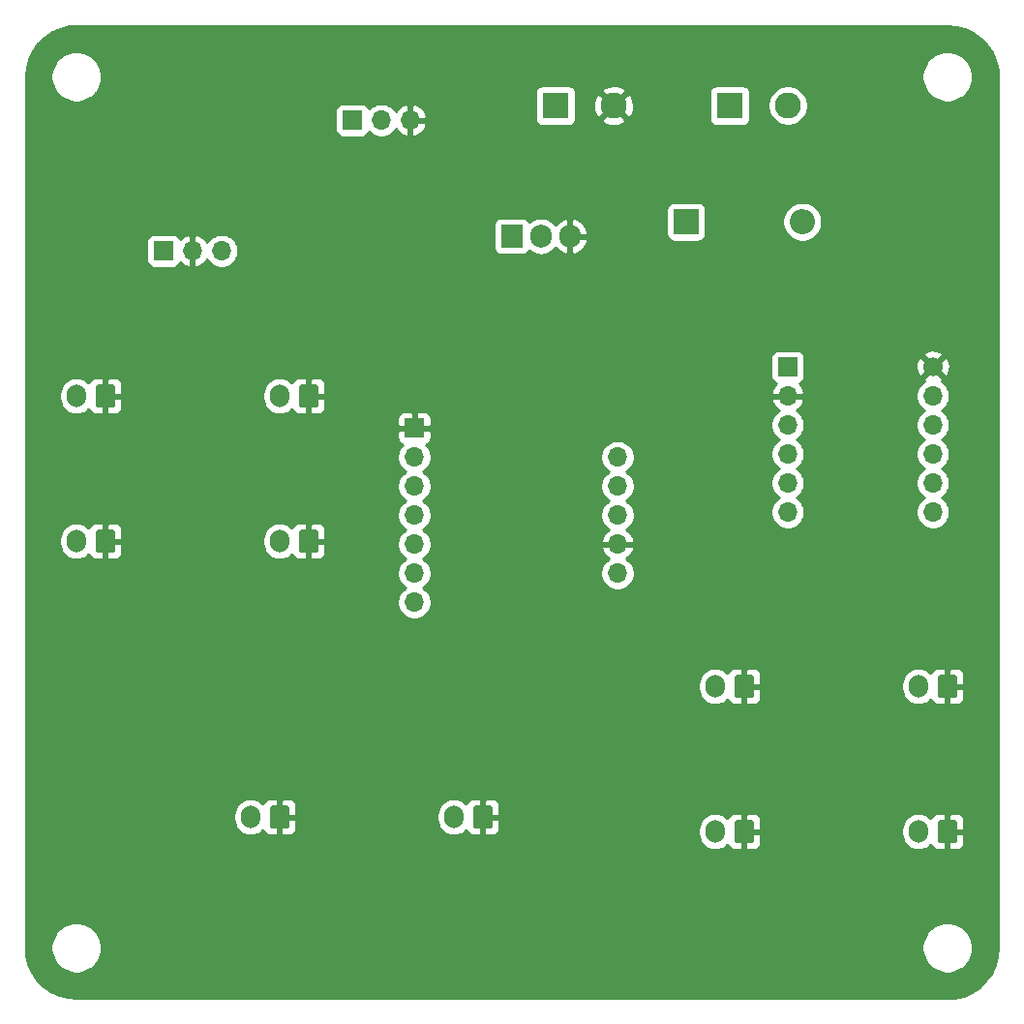
<source format=gbr>
G04 #@! TF.GenerationSoftware,KiCad,Pcbnew,(5.1.5)-3*
G04 #@! TF.CreationDate,2022-03-29T23:14:45-05:00*
G04 #@! TF.ProjectId,ThrottleReverseBrake,5468726f-7474-46c6-9552-657665727365,rev?*
G04 #@! TF.SameCoordinates,Original*
G04 #@! TF.FileFunction,Copper,L2,Bot*
G04 #@! TF.FilePolarity,Positive*
%FSLAX46Y46*%
G04 Gerber Fmt 4.6, Leading zero omitted, Abs format (unit mm)*
G04 Created by KiCad (PCBNEW (5.1.5)-3) date 2022-03-29 23:14:45*
%MOMM*%
%LPD*%
G04 APERTURE LIST*
%ADD10O,1.700000X1.700000*%
%ADD11R,1.700000X1.700000*%
%ADD12C,1.700000*%
%ADD13R,2.200000X2.200000*%
%ADD14O,2.200000X2.200000*%
%ADD15C,0.100000*%
%ADD16O,1.700000X2.000000*%
%ADD17R,2.286000X2.286000*%
%ADD18C,2.286000*%
%ADD19R,1.905000X2.000000*%
%ADD20O,1.905000X2.000000*%
%ADD21C,0.254000*%
G04 APERTURE END LIST*
D10*
X143857980Y-89166700D03*
X143857980Y-86626700D03*
X143857980Y-91706700D03*
X143857980Y-94246700D03*
X143857980Y-84086700D03*
X126077980Y-96786700D03*
X126077980Y-94246700D03*
X126077980Y-91706700D03*
X126077980Y-89166700D03*
X126077980Y-86626700D03*
X126077980Y-84086700D03*
D11*
X126077980Y-81546700D03*
D10*
X171450000Y-88900000D03*
X171450000Y-83820000D03*
X171450000Y-78740000D03*
X171450000Y-81280000D03*
D12*
X171450000Y-76200000D03*
D10*
X171450000Y-86360000D03*
X158750000Y-88900000D03*
X158750000Y-86360000D03*
X158750000Y-83820000D03*
X158750000Y-81280000D03*
X158750000Y-78740000D03*
D11*
X158750000Y-76200000D03*
D13*
X149860000Y-63500000D03*
D14*
X160020000Y-63500000D03*
D11*
X104140000Y-66040000D03*
D10*
X106680000Y-66040000D03*
X109220000Y-66040000D03*
G04 #@! TA.AperFunction,ComponentPad*
D15*
G36*
X99684504Y-77741204D02*
G01*
X99708773Y-77744804D01*
X99732571Y-77750765D01*
X99755671Y-77759030D01*
X99777849Y-77769520D01*
X99798893Y-77782133D01*
X99818598Y-77796747D01*
X99836777Y-77813223D01*
X99853253Y-77831402D01*
X99867867Y-77851107D01*
X99880480Y-77872151D01*
X99890970Y-77894329D01*
X99899235Y-77917429D01*
X99905196Y-77941227D01*
X99908796Y-77965496D01*
X99910000Y-77990000D01*
X99910000Y-79490000D01*
X99908796Y-79514504D01*
X99905196Y-79538773D01*
X99899235Y-79562571D01*
X99890970Y-79585671D01*
X99880480Y-79607849D01*
X99867867Y-79628893D01*
X99853253Y-79648598D01*
X99836777Y-79666777D01*
X99818598Y-79683253D01*
X99798893Y-79697867D01*
X99777849Y-79710480D01*
X99755671Y-79720970D01*
X99732571Y-79729235D01*
X99708773Y-79735196D01*
X99684504Y-79738796D01*
X99660000Y-79740000D01*
X98460000Y-79740000D01*
X98435496Y-79738796D01*
X98411227Y-79735196D01*
X98387429Y-79729235D01*
X98364329Y-79720970D01*
X98342151Y-79710480D01*
X98321107Y-79697867D01*
X98301402Y-79683253D01*
X98283223Y-79666777D01*
X98266747Y-79648598D01*
X98252133Y-79628893D01*
X98239520Y-79607849D01*
X98229030Y-79585671D01*
X98220765Y-79562571D01*
X98214804Y-79538773D01*
X98211204Y-79514504D01*
X98210000Y-79490000D01*
X98210000Y-77990000D01*
X98211204Y-77965496D01*
X98214804Y-77941227D01*
X98220765Y-77917429D01*
X98229030Y-77894329D01*
X98239520Y-77872151D01*
X98252133Y-77851107D01*
X98266747Y-77831402D01*
X98283223Y-77813223D01*
X98301402Y-77796747D01*
X98321107Y-77782133D01*
X98342151Y-77769520D01*
X98364329Y-77759030D01*
X98387429Y-77750765D01*
X98411227Y-77744804D01*
X98435496Y-77741204D01*
X98460000Y-77740000D01*
X99660000Y-77740000D01*
X99684504Y-77741204D01*
G37*
G04 #@! TD.AperFunction*
D16*
X96520000Y-78740000D03*
X114300000Y-78740000D03*
G04 #@! TA.AperFunction,ComponentPad*
D15*
G36*
X117464504Y-77741204D02*
G01*
X117488773Y-77744804D01*
X117512571Y-77750765D01*
X117535671Y-77759030D01*
X117557849Y-77769520D01*
X117578893Y-77782133D01*
X117598598Y-77796747D01*
X117616777Y-77813223D01*
X117633253Y-77831402D01*
X117647867Y-77851107D01*
X117660480Y-77872151D01*
X117670970Y-77894329D01*
X117679235Y-77917429D01*
X117685196Y-77941227D01*
X117688796Y-77965496D01*
X117690000Y-77990000D01*
X117690000Y-79490000D01*
X117688796Y-79514504D01*
X117685196Y-79538773D01*
X117679235Y-79562571D01*
X117670970Y-79585671D01*
X117660480Y-79607849D01*
X117647867Y-79628893D01*
X117633253Y-79648598D01*
X117616777Y-79666777D01*
X117598598Y-79683253D01*
X117578893Y-79697867D01*
X117557849Y-79710480D01*
X117535671Y-79720970D01*
X117512571Y-79729235D01*
X117488773Y-79735196D01*
X117464504Y-79738796D01*
X117440000Y-79740000D01*
X116240000Y-79740000D01*
X116215496Y-79738796D01*
X116191227Y-79735196D01*
X116167429Y-79729235D01*
X116144329Y-79720970D01*
X116122151Y-79710480D01*
X116101107Y-79697867D01*
X116081402Y-79683253D01*
X116063223Y-79666777D01*
X116046747Y-79648598D01*
X116032133Y-79628893D01*
X116019520Y-79607849D01*
X116009030Y-79585671D01*
X116000765Y-79562571D01*
X115994804Y-79538773D01*
X115991204Y-79514504D01*
X115990000Y-79490000D01*
X115990000Y-77990000D01*
X115991204Y-77965496D01*
X115994804Y-77941227D01*
X116000765Y-77917429D01*
X116009030Y-77894329D01*
X116019520Y-77872151D01*
X116032133Y-77851107D01*
X116046747Y-77831402D01*
X116063223Y-77813223D01*
X116081402Y-77796747D01*
X116101107Y-77782133D01*
X116122151Y-77769520D01*
X116144329Y-77759030D01*
X116167429Y-77750765D01*
X116191227Y-77744804D01*
X116215496Y-77741204D01*
X116240000Y-77740000D01*
X117440000Y-77740000D01*
X117464504Y-77741204D01*
G37*
G04 #@! TD.AperFunction*
G04 #@! TA.AperFunction,ComponentPad*
G36*
X99684504Y-90441204D02*
G01*
X99708773Y-90444804D01*
X99732571Y-90450765D01*
X99755671Y-90459030D01*
X99777849Y-90469520D01*
X99798893Y-90482133D01*
X99818598Y-90496747D01*
X99836777Y-90513223D01*
X99853253Y-90531402D01*
X99867867Y-90551107D01*
X99880480Y-90572151D01*
X99890970Y-90594329D01*
X99899235Y-90617429D01*
X99905196Y-90641227D01*
X99908796Y-90665496D01*
X99910000Y-90690000D01*
X99910000Y-92190000D01*
X99908796Y-92214504D01*
X99905196Y-92238773D01*
X99899235Y-92262571D01*
X99890970Y-92285671D01*
X99880480Y-92307849D01*
X99867867Y-92328893D01*
X99853253Y-92348598D01*
X99836777Y-92366777D01*
X99818598Y-92383253D01*
X99798893Y-92397867D01*
X99777849Y-92410480D01*
X99755671Y-92420970D01*
X99732571Y-92429235D01*
X99708773Y-92435196D01*
X99684504Y-92438796D01*
X99660000Y-92440000D01*
X98460000Y-92440000D01*
X98435496Y-92438796D01*
X98411227Y-92435196D01*
X98387429Y-92429235D01*
X98364329Y-92420970D01*
X98342151Y-92410480D01*
X98321107Y-92397867D01*
X98301402Y-92383253D01*
X98283223Y-92366777D01*
X98266747Y-92348598D01*
X98252133Y-92328893D01*
X98239520Y-92307849D01*
X98229030Y-92285671D01*
X98220765Y-92262571D01*
X98214804Y-92238773D01*
X98211204Y-92214504D01*
X98210000Y-92190000D01*
X98210000Y-90690000D01*
X98211204Y-90665496D01*
X98214804Y-90641227D01*
X98220765Y-90617429D01*
X98229030Y-90594329D01*
X98239520Y-90572151D01*
X98252133Y-90551107D01*
X98266747Y-90531402D01*
X98283223Y-90513223D01*
X98301402Y-90496747D01*
X98321107Y-90482133D01*
X98342151Y-90469520D01*
X98364329Y-90459030D01*
X98387429Y-90450765D01*
X98411227Y-90444804D01*
X98435496Y-90441204D01*
X98460000Y-90440000D01*
X99660000Y-90440000D01*
X99684504Y-90441204D01*
G37*
G04 #@! TD.AperFunction*
D16*
X96520000Y-91440000D03*
X114300000Y-91440000D03*
G04 #@! TA.AperFunction,ComponentPad*
D15*
G36*
X117464504Y-90441204D02*
G01*
X117488773Y-90444804D01*
X117512571Y-90450765D01*
X117535671Y-90459030D01*
X117557849Y-90469520D01*
X117578893Y-90482133D01*
X117598598Y-90496747D01*
X117616777Y-90513223D01*
X117633253Y-90531402D01*
X117647867Y-90551107D01*
X117660480Y-90572151D01*
X117670970Y-90594329D01*
X117679235Y-90617429D01*
X117685196Y-90641227D01*
X117688796Y-90665496D01*
X117690000Y-90690000D01*
X117690000Y-92190000D01*
X117688796Y-92214504D01*
X117685196Y-92238773D01*
X117679235Y-92262571D01*
X117670970Y-92285671D01*
X117660480Y-92307849D01*
X117647867Y-92328893D01*
X117633253Y-92348598D01*
X117616777Y-92366777D01*
X117598598Y-92383253D01*
X117578893Y-92397867D01*
X117557849Y-92410480D01*
X117535671Y-92420970D01*
X117512571Y-92429235D01*
X117488773Y-92435196D01*
X117464504Y-92438796D01*
X117440000Y-92440000D01*
X116240000Y-92440000D01*
X116215496Y-92438796D01*
X116191227Y-92435196D01*
X116167429Y-92429235D01*
X116144329Y-92420970D01*
X116122151Y-92410480D01*
X116101107Y-92397867D01*
X116081402Y-92383253D01*
X116063223Y-92366777D01*
X116046747Y-92348598D01*
X116032133Y-92328893D01*
X116019520Y-92307849D01*
X116009030Y-92285671D01*
X116000765Y-92262571D01*
X115994804Y-92238773D01*
X115991204Y-92214504D01*
X115990000Y-92190000D01*
X115990000Y-90690000D01*
X115991204Y-90665496D01*
X115994804Y-90641227D01*
X116000765Y-90617429D01*
X116009030Y-90594329D01*
X116019520Y-90572151D01*
X116032133Y-90551107D01*
X116046747Y-90531402D01*
X116063223Y-90513223D01*
X116081402Y-90496747D01*
X116101107Y-90482133D01*
X116122151Y-90469520D01*
X116144329Y-90459030D01*
X116167429Y-90450765D01*
X116191227Y-90444804D01*
X116215496Y-90441204D01*
X116240000Y-90440000D01*
X117440000Y-90440000D01*
X117464504Y-90441204D01*
G37*
G04 #@! TD.AperFunction*
D16*
X170180000Y-104140000D03*
G04 #@! TA.AperFunction,ComponentPad*
D15*
G36*
X173344504Y-103141204D02*
G01*
X173368773Y-103144804D01*
X173392571Y-103150765D01*
X173415671Y-103159030D01*
X173437849Y-103169520D01*
X173458893Y-103182133D01*
X173478598Y-103196747D01*
X173496777Y-103213223D01*
X173513253Y-103231402D01*
X173527867Y-103251107D01*
X173540480Y-103272151D01*
X173550970Y-103294329D01*
X173559235Y-103317429D01*
X173565196Y-103341227D01*
X173568796Y-103365496D01*
X173570000Y-103390000D01*
X173570000Y-104890000D01*
X173568796Y-104914504D01*
X173565196Y-104938773D01*
X173559235Y-104962571D01*
X173550970Y-104985671D01*
X173540480Y-105007849D01*
X173527867Y-105028893D01*
X173513253Y-105048598D01*
X173496777Y-105066777D01*
X173478598Y-105083253D01*
X173458893Y-105097867D01*
X173437849Y-105110480D01*
X173415671Y-105120970D01*
X173392571Y-105129235D01*
X173368773Y-105135196D01*
X173344504Y-105138796D01*
X173320000Y-105140000D01*
X172120000Y-105140000D01*
X172095496Y-105138796D01*
X172071227Y-105135196D01*
X172047429Y-105129235D01*
X172024329Y-105120970D01*
X172002151Y-105110480D01*
X171981107Y-105097867D01*
X171961402Y-105083253D01*
X171943223Y-105066777D01*
X171926747Y-105048598D01*
X171912133Y-105028893D01*
X171899520Y-105007849D01*
X171889030Y-104985671D01*
X171880765Y-104962571D01*
X171874804Y-104938773D01*
X171871204Y-104914504D01*
X171870000Y-104890000D01*
X171870000Y-103390000D01*
X171871204Y-103365496D01*
X171874804Y-103341227D01*
X171880765Y-103317429D01*
X171889030Y-103294329D01*
X171899520Y-103272151D01*
X171912133Y-103251107D01*
X171926747Y-103231402D01*
X171943223Y-103213223D01*
X171961402Y-103196747D01*
X171981107Y-103182133D01*
X172002151Y-103169520D01*
X172024329Y-103159030D01*
X172047429Y-103150765D01*
X172071227Y-103144804D01*
X172095496Y-103141204D01*
X172120000Y-103140000D01*
X173320000Y-103140000D01*
X173344504Y-103141204D01*
G37*
G04 #@! TD.AperFunction*
D16*
X170180000Y-116840000D03*
G04 #@! TA.AperFunction,ComponentPad*
D15*
G36*
X173344504Y-115841204D02*
G01*
X173368773Y-115844804D01*
X173392571Y-115850765D01*
X173415671Y-115859030D01*
X173437849Y-115869520D01*
X173458893Y-115882133D01*
X173478598Y-115896747D01*
X173496777Y-115913223D01*
X173513253Y-115931402D01*
X173527867Y-115951107D01*
X173540480Y-115972151D01*
X173550970Y-115994329D01*
X173559235Y-116017429D01*
X173565196Y-116041227D01*
X173568796Y-116065496D01*
X173570000Y-116090000D01*
X173570000Y-117590000D01*
X173568796Y-117614504D01*
X173565196Y-117638773D01*
X173559235Y-117662571D01*
X173550970Y-117685671D01*
X173540480Y-117707849D01*
X173527867Y-117728893D01*
X173513253Y-117748598D01*
X173496777Y-117766777D01*
X173478598Y-117783253D01*
X173458893Y-117797867D01*
X173437849Y-117810480D01*
X173415671Y-117820970D01*
X173392571Y-117829235D01*
X173368773Y-117835196D01*
X173344504Y-117838796D01*
X173320000Y-117840000D01*
X172120000Y-117840000D01*
X172095496Y-117838796D01*
X172071227Y-117835196D01*
X172047429Y-117829235D01*
X172024329Y-117820970D01*
X172002151Y-117810480D01*
X171981107Y-117797867D01*
X171961402Y-117783253D01*
X171943223Y-117766777D01*
X171926747Y-117748598D01*
X171912133Y-117728893D01*
X171899520Y-117707849D01*
X171889030Y-117685671D01*
X171880765Y-117662571D01*
X171874804Y-117638773D01*
X171871204Y-117614504D01*
X171870000Y-117590000D01*
X171870000Y-116090000D01*
X171871204Y-116065496D01*
X171874804Y-116041227D01*
X171880765Y-116017429D01*
X171889030Y-115994329D01*
X171899520Y-115972151D01*
X171912133Y-115951107D01*
X171926747Y-115931402D01*
X171943223Y-115913223D01*
X171961402Y-115896747D01*
X171981107Y-115882133D01*
X172002151Y-115869520D01*
X172024329Y-115859030D01*
X172047429Y-115850765D01*
X172071227Y-115844804D01*
X172095496Y-115841204D01*
X172120000Y-115840000D01*
X173320000Y-115840000D01*
X173344504Y-115841204D01*
G37*
G04 #@! TD.AperFunction*
G04 #@! TA.AperFunction,ComponentPad*
G36*
X155564504Y-103141204D02*
G01*
X155588773Y-103144804D01*
X155612571Y-103150765D01*
X155635671Y-103159030D01*
X155657849Y-103169520D01*
X155678893Y-103182133D01*
X155698598Y-103196747D01*
X155716777Y-103213223D01*
X155733253Y-103231402D01*
X155747867Y-103251107D01*
X155760480Y-103272151D01*
X155770970Y-103294329D01*
X155779235Y-103317429D01*
X155785196Y-103341227D01*
X155788796Y-103365496D01*
X155790000Y-103390000D01*
X155790000Y-104890000D01*
X155788796Y-104914504D01*
X155785196Y-104938773D01*
X155779235Y-104962571D01*
X155770970Y-104985671D01*
X155760480Y-105007849D01*
X155747867Y-105028893D01*
X155733253Y-105048598D01*
X155716777Y-105066777D01*
X155698598Y-105083253D01*
X155678893Y-105097867D01*
X155657849Y-105110480D01*
X155635671Y-105120970D01*
X155612571Y-105129235D01*
X155588773Y-105135196D01*
X155564504Y-105138796D01*
X155540000Y-105140000D01*
X154340000Y-105140000D01*
X154315496Y-105138796D01*
X154291227Y-105135196D01*
X154267429Y-105129235D01*
X154244329Y-105120970D01*
X154222151Y-105110480D01*
X154201107Y-105097867D01*
X154181402Y-105083253D01*
X154163223Y-105066777D01*
X154146747Y-105048598D01*
X154132133Y-105028893D01*
X154119520Y-105007849D01*
X154109030Y-104985671D01*
X154100765Y-104962571D01*
X154094804Y-104938773D01*
X154091204Y-104914504D01*
X154090000Y-104890000D01*
X154090000Y-103390000D01*
X154091204Y-103365496D01*
X154094804Y-103341227D01*
X154100765Y-103317429D01*
X154109030Y-103294329D01*
X154119520Y-103272151D01*
X154132133Y-103251107D01*
X154146747Y-103231402D01*
X154163223Y-103213223D01*
X154181402Y-103196747D01*
X154201107Y-103182133D01*
X154222151Y-103169520D01*
X154244329Y-103159030D01*
X154267429Y-103150765D01*
X154291227Y-103144804D01*
X154315496Y-103141204D01*
X154340000Y-103140000D01*
X155540000Y-103140000D01*
X155564504Y-103141204D01*
G37*
G04 #@! TD.AperFunction*
D16*
X152400000Y-104140000D03*
G04 #@! TA.AperFunction,ComponentPad*
D15*
G36*
X155564504Y-115841204D02*
G01*
X155588773Y-115844804D01*
X155612571Y-115850765D01*
X155635671Y-115859030D01*
X155657849Y-115869520D01*
X155678893Y-115882133D01*
X155698598Y-115896747D01*
X155716777Y-115913223D01*
X155733253Y-115931402D01*
X155747867Y-115951107D01*
X155760480Y-115972151D01*
X155770970Y-115994329D01*
X155779235Y-116017429D01*
X155785196Y-116041227D01*
X155788796Y-116065496D01*
X155790000Y-116090000D01*
X155790000Y-117590000D01*
X155788796Y-117614504D01*
X155785196Y-117638773D01*
X155779235Y-117662571D01*
X155770970Y-117685671D01*
X155760480Y-117707849D01*
X155747867Y-117728893D01*
X155733253Y-117748598D01*
X155716777Y-117766777D01*
X155698598Y-117783253D01*
X155678893Y-117797867D01*
X155657849Y-117810480D01*
X155635671Y-117820970D01*
X155612571Y-117829235D01*
X155588773Y-117835196D01*
X155564504Y-117838796D01*
X155540000Y-117840000D01*
X154340000Y-117840000D01*
X154315496Y-117838796D01*
X154291227Y-117835196D01*
X154267429Y-117829235D01*
X154244329Y-117820970D01*
X154222151Y-117810480D01*
X154201107Y-117797867D01*
X154181402Y-117783253D01*
X154163223Y-117766777D01*
X154146747Y-117748598D01*
X154132133Y-117728893D01*
X154119520Y-117707849D01*
X154109030Y-117685671D01*
X154100765Y-117662571D01*
X154094804Y-117638773D01*
X154091204Y-117614504D01*
X154090000Y-117590000D01*
X154090000Y-116090000D01*
X154091204Y-116065496D01*
X154094804Y-116041227D01*
X154100765Y-116017429D01*
X154109030Y-115994329D01*
X154119520Y-115972151D01*
X154132133Y-115951107D01*
X154146747Y-115931402D01*
X154163223Y-115913223D01*
X154181402Y-115896747D01*
X154201107Y-115882133D01*
X154222151Y-115869520D01*
X154244329Y-115859030D01*
X154267429Y-115850765D01*
X154291227Y-115844804D01*
X154315496Y-115841204D01*
X154340000Y-115840000D01*
X155540000Y-115840000D01*
X155564504Y-115841204D01*
G37*
G04 #@! TD.AperFunction*
D16*
X152400000Y-116840000D03*
D17*
X153670000Y-53340000D03*
D18*
X158750000Y-53340000D03*
D10*
X125730000Y-54610000D03*
X123190000Y-54610000D03*
D11*
X120650000Y-54610000D03*
D18*
X143510000Y-53340000D03*
D17*
X138430000Y-53340000D03*
G04 #@! TA.AperFunction,ComponentPad*
D15*
G36*
X132704504Y-114571204D02*
G01*
X132728773Y-114574804D01*
X132752571Y-114580765D01*
X132775671Y-114589030D01*
X132797849Y-114599520D01*
X132818893Y-114612133D01*
X132838598Y-114626747D01*
X132856777Y-114643223D01*
X132873253Y-114661402D01*
X132887867Y-114681107D01*
X132900480Y-114702151D01*
X132910970Y-114724329D01*
X132919235Y-114747429D01*
X132925196Y-114771227D01*
X132928796Y-114795496D01*
X132930000Y-114820000D01*
X132930000Y-116320000D01*
X132928796Y-116344504D01*
X132925196Y-116368773D01*
X132919235Y-116392571D01*
X132910970Y-116415671D01*
X132900480Y-116437849D01*
X132887867Y-116458893D01*
X132873253Y-116478598D01*
X132856777Y-116496777D01*
X132838598Y-116513253D01*
X132818893Y-116527867D01*
X132797849Y-116540480D01*
X132775671Y-116550970D01*
X132752571Y-116559235D01*
X132728773Y-116565196D01*
X132704504Y-116568796D01*
X132680000Y-116570000D01*
X131480000Y-116570000D01*
X131455496Y-116568796D01*
X131431227Y-116565196D01*
X131407429Y-116559235D01*
X131384329Y-116550970D01*
X131362151Y-116540480D01*
X131341107Y-116527867D01*
X131321402Y-116513253D01*
X131303223Y-116496777D01*
X131286747Y-116478598D01*
X131272133Y-116458893D01*
X131259520Y-116437849D01*
X131249030Y-116415671D01*
X131240765Y-116392571D01*
X131234804Y-116368773D01*
X131231204Y-116344504D01*
X131230000Y-116320000D01*
X131230000Y-114820000D01*
X131231204Y-114795496D01*
X131234804Y-114771227D01*
X131240765Y-114747429D01*
X131249030Y-114724329D01*
X131259520Y-114702151D01*
X131272133Y-114681107D01*
X131286747Y-114661402D01*
X131303223Y-114643223D01*
X131321402Y-114626747D01*
X131341107Y-114612133D01*
X131362151Y-114599520D01*
X131384329Y-114589030D01*
X131407429Y-114580765D01*
X131431227Y-114574804D01*
X131455496Y-114571204D01*
X131480000Y-114570000D01*
X132680000Y-114570000D01*
X132704504Y-114571204D01*
G37*
G04 #@! TD.AperFunction*
D16*
X129540000Y-115570000D03*
X111760000Y-115570000D03*
G04 #@! TA.AperFunction,ComponentPad*
D15*
G36*
X114924504Y-114571204D02*
G01*
X114948773Y-114574804D01*
X114972571Y-114580765D01*
X114995671Y-114589030D01*
X115017849Y-114599520D01*
X115038893Y-114612133D01*
X115058598Y-114626747D01*
X115076777Y-114643223D01*
X115093253Y-114661402D01*
X115107867Y-114681107D01*
X115120480Y-114702151D01*
X115130970Y-114724329D01*
X115139235Y-114747429D01*
X115145196Y-114771227D01*
X115148796Y-114795496D01*
X115150000Y-114820000D01*
X115150000Y-116320000D01*
X115148796Y-116344504D01*
X115145196Y-116368773D01*
X115139235Y-116392571D01*
X115130970Y-116415671D01*
X115120480Y-116437849D01*
X115107867Y-116458893D01*
X115093253Y-116478598D01*
X115076777Y-116496777D01*
X115058598Y-116513253D01*
X115038893Y-116527867D01*
X115017849Y-116540480D01*
X114995671Y-116550970D01*
X114972571Y-116559235D01*
X114948773Y-116565196D01*
X114924504Y-116568796D01*
X114900000Y-116570000D01*
X113700000Y-116570000D01*
X113675496Y-116568796D01*
X113651227Y-116565196D01*
X113627429Y-116559235D01*
X113604329Y-116550970D01*
X113582151Y-116540480D01*
X113561107Y-116527867D01*
X113541402Y-116513253D01*
X113523223Y-116496777D01*
X113506747Y-116478598D01*
X113492133Y-116458893D01*
X113479520Y-116437849D01*
X113469030Y-116415671D01*
X113460765Y-116392571D01*
X113454804Y-116368773D01*
X113451204Y-116344504D01*
X113450000Y-116320000D01*
X113450000Y-114820000D01*
X113451204Y-114795496D01*
X113454804Y-114771227D01*
X113460765Y-114747429D01*
X113469030Y-114724329D01*
X113479520Y-114702151D01*
X113492133Y-114681107D01*
X113506747Y-114661402D01*
X113523223Y-114643223D01*
X113541402Y-114626747D01*
X113561107Y-114612133D01*
X113582151Y-114599520D01*
X113604329Y-114589030D01*
X113627429Y-114580765D01*
X113651227Y-114574804D01*
X113675496Y-114571204D01*
X113700000Y-114570000D01*
X114900000Y-114570000D01*
X114924504Y-114571204D01*
G37*
G04 #@! TD.AperFunction*
D19*
X134620000Y-64770000D03*
D20*
X137160000Y-64770000D03*
X139700000Y-64770000D03*
D21*
G36*
X173502249Y-46452437D02*
G01*
X174259774Y-46659672D01*
X174968625Y-46997777D01*
X175606404Y-47456067D01*
X176152946Y-48020055D01*
X176590977Y-48671913D01*
X176906651Y-49391038D01*
X177091206Y-50159768D01*
X177140001Y-50824221D01*
X177140000Y-126970608D01*
X177067563Y-127782249D01*
X176860328Y-128539774D01*
X176522221Y-129248627D01*
X176063928Y-129886410D01*
X175499945Y-130432946D01*
X174848085Y-130870978D01*
X174128963Y-131186651D01*
X173360232Y-131371206D01*
X172695792Y-131420000D01*
X96549392Y-131420000D01*
X95737751Y-131347563D01*
X94980226Y-131140328D01*
X94271373Y-130802221D01*
X93633590Y-130343928D01*
X93087054Y-129779945D01*
X92649022Y-129128085D01*
X92333349Y-128408963D01*
X92148794Y-127640232D01*
X92100000Y-126975792D01*
X92100000Y-126779872D01*
X94285000Y-126779872D01*
X94285000Y-127220128D01*
X94370890Y-127651925D01*
X94539369Y-128058669D01*
X94783962Y-128424729D01*
X95095271Y-128736038D01*
X95461331Y-128980631D01*
X95868075Y-129149110D01*
X96299872Y-129235000D01*
X96740128Y-129235000D01*
X97171925Y-129149110D01*
X97578669Y-128980631D01*
X97944729Y-128736038D01*
X98256038Y-128424729D01*
X98500631Y-128058669D01*
X98669110Y-127651925D01*
X98755000Y-127220128D01*
X98755000Y-126779872D01*
X170485000Y-126779872D01*
X170485000Y-127220128D01*
X170570890Y-127651925D01*
X170739369Y-128058669D01*
X170983962Y-128424729D01*
X171295271Y-128736038D01*
X171661331Y-128980631D01*
X172068075Y-129149110D01*
X172499872Y-129235000D01*
X172940128Y-129235000D01*
X173371925Y-129149110D01*
X173778669Y-128980631D01*
X174144729Y-128736038D01*
X174456038Y-128424729D01*
X174700631Y-128058669D01*
X174869110Y-127651925D01*
X174955000Y-127220128D01*
X174955000Y-126779872D01*
X174869110Y-126348075D01*
X174700631Y-125941331D01*
X174456038Y-125575271D01*
X174144729Y-125263962D01*
X173778669Y-125019369D01*
X173371925Y-124850890D01*
X172940128Y-124765000D01*
X172499872Y-124765000D01*
X172068075Y-124850890D01*
X171661331Y-125019369D01*
X171295271Y-125263962D01*
X170983962Y-125575271D01*
X170739369Y-125941331D01*
X170570890Y-126348075D01*
X170485000Y-126779872D01*
X98755000Y-126779872D01*
X98669110Y-126348075D01*
X98500631Y-125941331D01*
X98256038Y-125575271D01*
X97944729Y-125263962D01*
X97578669Y-125019369D01*
X97171925Y-124850890D01*
X96740128Y-124765000D01*
X96299872Y-124765000D01*
X95868075Y-124850890D01*
X95461331Y-125019369D01*
X95095271Y-125263962D01*
X94783962Y-125575271D01*
X94539369Y-125941331D01*
X94370890Y-126348075D01*
X94285000Y-126779872D01*
X92100000Y-126779872D01*
X92100000Y-115347050D01*
X110275000Y-115347050D01*
X110275000Y-115792949D01*
X110296487Y-116011110D01*
X110381401Y-116291033D01*
X110519294Y-116549013D01*
X110704866Y-116775134D01*
X110930986Y-116960706D01*
X111188966Y-117098599D01*
X111468889Y-117183513D01*
X111760000Y-117212185D01*
X112051110Y-117183513D01*
X112331033Y-117098599D01*
X112589013Y-116960706D01*
X112815134Y-116775134D01*
X112839607Y-116745313D01*
X112860498Y-116814180D01*
X112919463Y-116924494D01*
X112998815Y-117021185D01*
X113095506Y-117100537D01*
X113205820Y-117159502D01*
X113325518Y-117195812D01*
X113450000Y-117208072D01*
X114014250Y-117205000D01*
X114173000Y-117046250D01*
X114173000Y-115697000D01*
X114427000Y-115697000D01*
X114427000Y-117046250D01*
X114585750Y-117205000D01*
X115150000Y-117208072D01*
X115274482Y-117195812D01*
X115394180Y-117159502D01*
X115504494Y-117100537D01*
X115601185Y-117021185D01*
X115680537Y-116924494D01*
X115739502Y-116814180D01*
X115775812Y-116694482D01*
X115788072Y-116570000D01*
X115785000Y-115855750D01*
X115626250Y-115697000D01*
X114427000Y-115697000D01*
X114173000Y-115697000D01*
X114153000Y-115697000D01*
X114153000Y-115443000D01*
X114173000Y-115443000D01*
X114173000Y-114093750D01*
X114427000Y-114093750D01*
X114427000Y-115443000D01*
X115626250Y-115443000D01*
X115722200Y-115347050D01*
X128055000Y-115347050D01*
X128055000Y-115792949D01*
X128076487Y-116011110D01*
X128161401Y-116291033D01*
X128299294Y-116549013D01*
X128484866Y-116775134D01*
X128710986Y-116960706D01*
X128968966Y-117098599D01*
X129248889Y-117183513D01*
X129540000Y-117212185D01*
X129831110Y-117183513D01*
X130111033Y-117098599D01*
X130369013Y-116960706D01*
X130595134Y-116775134D01*
X130619607Y-116745313D01*
X130640498Y-116814180D01*
X130699463Y-116924494D01*
X130778815Y-117021185D01*
X130875506Y-117100537D01*
X130985820Y-117159502D01*
X131105518Y-117195812D01*
X131230000Y-117208072D01*
X131794250Y-117205000D01*
X131953000Y-117046250D01*
X131953000Y-115697000D01*
X132207000Y-115697000D01*
X132207000Y-117046250D01*
X132365750Y-117205000D01*
X132930000Y-117208072D01*
X133054482Y-117195812D01*
X133174180Y-117159502D01*
X133284494Y-117100537D01*
X133381185Y-117021185D01*
X133460537Y-116924494D01*
X133519502Y-116814180D01*
X133555812Y-116694482D01*
X133563438Y-116617050D01*
X150915000Y-116617050D01*
X150915000Y-117062949D01*
X150936487Y-117281110D01*
X151021401Y-117561033D01*
X151159294Y-117819013D01*
X151344866Y-118045134D01*
X151570986Y-118230706D01*
X151828966Y-118368599D01*
X152108889Y-118453513D01*
X152400000Y-118482185D01*
X152691110Y-118453513D01*
X152971033Y-118368599D01*
X153229013Y-118230706D01*
X153455134Y-118045134D01*
X153479607Y-118015313D01*
X153500498Y-118084180D01*
X153559463Y-118194494D01*
X153638815Y-118291185D01*
X153735506Y-118370537D01*
X153845820Y-118429502D01*
X153965518Y-118465812D01*
X154090000Y-118478072D01*
X154654250Y-118475000D01*
X154813000Y-118316250D01*
X154813000Y-116967000D01*
X155067000Y-116967000D01*
X155067000Y-118316250D01*
X155225750Y-118475000D01*
X155790000Y-118478072D01*
X155914482Y-118465812D01*
X156034180Y-118429502D01*
X156144494Y-118370537D01*
X156241185Y-118291185D01*
X156320537Y-118194494D01*
X156379502Y-118084180D01*
X156415812Y-117964482D01*
X156428072Y-117840000D01*
X156425000Y-117125750D01*
X156266250Y-116967000D01*
X155067000Y-116967000D01*
X154813000Y-116967000D01*
X154793000Y-116967000D01*
X154793000Y-116713000D01*
X154813000Y-116713000D01*
X154813000Y-115363750D01*
X155067000Y-115363750D01*
X155067000Y-116713000D01*
X156266250Y-116713000D01*
X156362200Y-116617050D01*
X168695000Y-116617050D01*
X168695000Y-117062949D01*
X168716487Y-117281110D01*
X168801401Y-117561033D01*
X168939294Y-117819013D01*
X169124866Y-118045134D01*
X169350986Y-118230706D01*
X169608966Y-118368599D01*
X169888889Y-118453513D01*
X170180000Y-118482185D01*
X170471110Y-118453513D01*
X170751033Y-118368599D01*
X171009013Y-118230706D01*
X171235134Y-118045134D01*
X171259607Y-118015313D01*
X171280498Y-118084180D01*
X171339463Y-118194494D01*
X171418815Y-118291185D01*
X171515506Y-118370537D01*
X171625820Y-118429502D01*
X171745518Y-118465812D01*
X171870000Y-118478072D01*
X172434250Y-118475000D01*
X172593000Y-118316250D01*
X172593000Y-116967000D01*
X172847000Y-116967000D01*
X172847000Y-118316250D01*
X173005750Y-118475000D01*
X173570000Y-118478072D01*
X173694482Y-118465812D01*
X173814180Y-118429502D01*
X173924494Y-118370537D01*
X174021185Y-118291185D01*
X174100537Y-118194494D01*
X174159502Y-118084180D01*
X174195812Y-117964482D01*
X174208072Y-117840000D01*
X174205000Y-117125750D01*
X174046250Y-116967000D01*
X172847000Y-116967000D01*
X172593000Y-116967000D01*
X172573000Y-116967000D01*
X172573000Y-116713000D01*
X172593000Y-116713000D01*
X172593000Y-115363750D01*
X172847000Y-115363750D01*
X172847000Y-116713000D01*
X174046250Y-116713000D01*
X174205000Y-116554250D01*
X174208072Y-115840000D01*
X174195812Y-115715518D01*
X174159502Y-115595820D01*
X174100537Y-115485506D01*
X174021185Y-115388815D01*
X173924494Y-115309463D01*
X173814180Y-115250498D01*
X173694482Y-115214188D01*
X173570000Y-115201928D01*
X173005750Y-115205000D01*
X172847000Y-115363750D01*
X172593000Y-115363750D01*
X172434250Y-115205000D01*
X171870000Y-115201928D01*
X171745518Y-115214188D01*
X171625820Y-115250498D01*
X171515506Y-115309463D01*
X171418815Y-115388815D01*
X171339463Y-115485506D01*
X171280498Y-115595820D01*
X171259607Y-115664687D01*
X171235134Y-115634866D01*
X171009014Y-115449294D01*
X170751034Y-115311401D01*
X170471111Y-115226487D01*
X170180000Y-115197815D01*
X169888890Y-115226487D01*
X169608967Y-115311401D01*
X169350987Y-115449294D01*
X169124866Y-115634866D01*
X168939294Y-115860986D01*
X168801401Y-116118966D01*
X168716487Y-116398889D01*
X168695000Y-116617050D01*
X156362200Y-116617050D01*
X156425000Y-116554250D01*
X156428072Y-115840000D01*
X156415812Y-115715518D01*
X156379502Y-115595820D01*
X156320537Y-115485506D01*
X156241185Y-115388815D01*
X156144494Y-115309463D01*
X156034180Y-115250498D01*
X155914482Y-115214188D01*
X155790000Y-115201928D01*
X155225750Y-115205000D01*
X155067000Y-115363750D01*
X154813000Y-115363750D01*
X154654250Y-115205000D01*
X154090000Y-115201928D01*
X153965518Y-115214188D01*
X153845820Y-115250498D01*
X153735506Y-115309463D01*
X153638815Y-115388815D01*
X153559463Y-115485506D01*
X153500498Y-115595820D01*
X153479607Y-115664687D01*
X153455134Y-115634866D01*
X153229014Y-115449294D01*
X152971034Y-115311401D01*
X152691111Y-115226487D01*
X152400000Y-115197815D01*
X152108890Y-115226487D01*
X151828967Y-115311401D01*
X151570987Y-115449294D01*
X151344866Y-115634866D01*
X151159294Y-115860986D01*
X151021401Y-116118966D01*
X150936487Y-116398889D01*
X150915000Y-116617050D01*
X133563438Y-116617050D01*
X133568072Y-116570000D01*
X133565000Y-115855750D01*
X133406250Y-115697000D01*
X132207000Y-115697000D01*
X131953000Y-115697000D01*
X131933000Y-115697000D01*
X131933000Y-115443000D01*
X131953000Y-115443000D01*
X131953000Y-114093750D01*
X132207000Y-114093750D01*
X132207000Y-115443000D01*
X133406250Y-115443000D01*
X133565000Y-115284250D01*
X133568072Y-114570000D01*
X133555812Y-114445518D01*
X133519502Y-114325820D01*
X133460537Y-114215506D01*
X133381185Y-114118815D01*
X133284494Y-114039463D01*
X133174180Y-113980498D01*
X133054482Y-113944188D01*
X132930000Y-113931928D01*
X132365750Y-113935000D01*
X132207000Y-114093750D01*
X131953000Y-114093750D01*
X131794250Y-113935000D01*
X131230000Y-113931928D01*
X131105518Y-113944188D01*
X130985820Y-113980498D01*
X130875506Y-114039463D01*
X130778815Y-114118815D01*
X130699463Y-114215506D01*
X130640498Y-114325820D01*
X130619607Y-114394687D01*
X130595134Y-114364866D01*
X130369014Y-114179294D01*
X130111034Y-114041401D01*
X129831111Y-113956487D01*
X129540000Y-113927815D01*
X129248890Y-113956487D01*
X128968967Y-114041401D01*
X128710987Y-114179294D01*
X128484866Y-114364866D01*
X128299294Y-114590986D01*
X128161401Y-114848966D01*
X128076487Y-115128889D01*
X128055000Y-115347050D01*
X115722200Y-115347050D01*
X115785000Y-115284250D01*
X115788072Y-114570000D01*
X115775812Y-114445518D01*
X115739502Y-114325820D01*
X115680537Y-114215506D01*
X115601185Y-114118815D01*
X115504494Y-114039463D01*
X115394180Y-113980498D01*
X115274482Y-113944188D01*
X115150000Y-113931928D01*
X114585750Y-113935000D01*
X114427000Y-114093750D01*
X114173000Y-114093750D01*
X114014250Y-113935000D01*
X113450000Y-113931928D01*
X113325518Y-113944188D01*
X113205820Y-113980498D01*
X113095506Y-114039463D01*
X112998815Y-114118815D01*
X112919463Y-114215506D01*
X112860498Y-114325820D01*
X112839607Y-114394687D01*
X112815134Y-114364866D01*
X112589014Y-114179294D01*
X112331034Y-114041401D01*
X112051111Y-113956487D01*
X111760000Y-113927815D01*
X111468890Y-113956487D01*
X111188967Y-114041401D01*
X110930987Y-114179294D01*
X110704866Y-114364866D01*
X110519294Y-114590986D01*
X110381401Y-114848966D01*
X110296487Y-115128889D01*
X110275000Y-115347050D01*
X92100000Y-115347050D01*
X92100000Y-103917050D01*
X150915000Y-103917050D01*
X150915000Y-104362949D01*
X150936487Y-104581110D01*
X151021401Y-104861033D01*
X151159294Y-105119013D01*
X151344866Y-105345134D01*
X151570986Y-105530706D01*
X151828966Y-105668599D01*
X152108889Y-105753513D01*
X152400000Y-105782185D01*
X152691110Y-105753513D01*
X152971033Y-105668599D01*
X153229013Y-105530706D01*
X153455134Y-105345134D01*
X153479607Y-105315313D01*
X153500498Y-105384180D01*
X153559463Y-105494494D01*
X153638815Y-105591185D01*
X153735506Y-105670537D01*
X153845820Y-105729502D01*
X153965518Y-105765812D01*
X154090000Y-105778072D01*
X154654250Y-105775000D01*
X154813000Y-105616250D01*
X154813000Y-104267000D01*
X155067000Y-104267000D01*
X155067000Y-105616250D01*
X155225750Y-105775000D01*
X155790000Y-105778072D01*
X155914482Y-105765812D01*
X156034180Y-105729502D01*
X156144494Y-105670537D01*
X156241185Y-105591185D01*
X156320537Y-105494494D01*
X156379502Y-105384180D01*
X156415812Y-105264482D01*
X156428072Y-105140000D01*
X156425000Y-104425750D01*
X156266250Y-104267000D01*
X155067000Y-104267000D01*
X154813000Y-104267000D01*
X154793000Y-104267000D01*
X154793000Y-104013000D01*
X154813000Y-104013000D01*
X154813000Y-102663750D01*
X155067000Y-102663750D01*
X155067000Y-104013000D01*
X156266250Y-104013000D01*
X156362200Y-103917050D01*
X168695000Y-103917050D01*
X168695000Y-104362949D01*
X168716487Y-104581110D01*
X168801401Y-104861033D01*
X168939294Y-105119013D01*
X169124866Y-105345134D01*
X169350986Y-105530706D01*
X169608966Y-105668599D01*
X169888889Y-105753513D01*
X170180000Y-105782185D01*
X170471110Y-105753513D01*
X170751033Y-105668599D01*
X171009013Y-105530706D01*
X171235134Y-105345134D01*
X171259607Y-105315313D01*
X171280498Y-105384180D01*
X171339463Y-105494494D01*
X171418815Y-105591185D01*
X171515506Y-105670537D01*
X171625820Y-105729502D01*
X171745518Y-105765812D01*
X171870000Y-105778072D01*
X172434250Y-105775000D01*
X172593000Y-105616250D01*
X172593000Y-104267000D01*
X172847000Y-104267000D01*
X172847000Y-105616250D01*
X173005750Y-105775000D01*
X173570000Y-105778072D01*
X173694482Y-105765812D01*
X173814180Y-105729502D01*
X173924494Y-105670537D01*
X174021185Y-105591185D01*
X174100537Y-105494494D01*
X174159502Y-105384180D01*
X174195812Y-105264482D01*
X174208072Y-105140000D01*
X174205000Y-104425750D01*
X174046250Y-104267000D01*
X172847000Y-104267000D01*
X172593000Y-104267000D01*
X172573000Y-104267000D01*
X172573000Y-104013000D01*
X172593000Y-104013000D01*
X172593000Y-102663750D01*
X172847000Y-102663750D01*
X172847000Y-104013000D01*
X174046250Y-104013000D01*
X174205000Y-103854250D01*
X174208072Y-103140000D01*
X174195812Y-103015518D01*
X174159502Y-102895820D01*
X174100537Y-102785506D01*
X174021185Y-102688815D01*
X173924494Y-102609463D01*
X173814180Y-102550498D01*
X173694482Y-102514188D01*
X173570000Y-102501928D01*
X173005750Y-102505000D01*
X172847000Y-102663750D01*
X172593000Y-102663750D01*
X172434250Y-102505000D01*
X171870000Y-102501928D01*
X171745518Y-102514188D01*
X171625820Y-102550498D01*
X171515506Y-102609463D01*
X171418815Y-102688815D01*
X171339463Y-102785506D01*
X171280498Y-102895820D01*
X171259607Y-102964687D01*
X171235134Y-102934866D01*
X171009014Y-102749294D01*
X170751034Y-102611401D01*
X170471111Y-102526487D01*
X170180000Y-102497815D01*
X169888890Y-102526487D01*
X169608967Y-102611401D01*
X169350987Y-102749294D01*
X169124866Y-102934866D01*
X168939294Y-103160986D01*
X168801401Y-103418966D01*
X168716487Y-103698889D01*
X168695000Y-103917050D01*
X156362200Y-103917050D01*
X156425000Y-103854250D01*
X156428072Y-103140000D01*
X156415812Y-103015518D01*
X156379502Y-102895820D01*
X156320537Y-102785506D01*
X156241185Y-102688815D01*
X156144494Y-102609463D01*
X156034180Y-102550498D01*
X155914482Y-102514188D01*
X155790000Y-102501928D01*
X155225750Y-102505000D01*
X155067000Y-102663750D01*
X154813000Y-102663750D01*
X154654250Y-102505000D01*
X154090000Y-102501928D01*
X153965518Y-102514188D01*
X153845820Y-102550498D01*
X153735506Y-102609463D01*
X153638815Y-102688815D01*
X153559463Y-102785506D01*
X153500498Y-102895820D01*
X153479607Y-102964687D01*
X153455134Y-102934866D01*
X153229014Y-102749294D01*
X152971034Y-102611401D01*
X152691111Y-102526487D01*
X152400000Y-102497815D01*
X152108890Y-102526487D01*
X151828967Y-102611401D01*
X151570987Y-102749294D01*
X151344866Y-102934866D01*
X151159294Y-103160986D01*
X151021401Y-103418966D01*
X150936487Y-103698889D01*
X150915000Y-103917050D01*
X92100000Y-103917050D01*
X92100000Y-91217050D01*
X95035000Y-91217050D01*
X95035000Y-91662949D01*
X95056487Y-91881110D01*
X95141401Y-92161033D01*
X95279294Y-92419013D01*
X95464866Y-92645134D01*
X95690986Y-92830706D01*
X95948966Y-92968599D01*
X96228889Y-93053513D01*
X96520000Y-93082185D01*
X96811110Y-93053513D01*
X97091033Y-92968599D01*
X97349013Y-92830706D01*
X97575134Y-92645134D01*
X97599607Y-92615313D01*
X97620498Y-92684180D01*
X97679463Y-92794494D01*
X97758815Y-92891185D01*
X97855506Y-92970537D01*
X97965820Y-93029502D01*
X98085518Y-93065812D01*
X98210000Y-93078072D01*
X98774250Y-93075000D01*
X98933000Y-92916250D01*
X98933000Y-91567000D01*
X99187000Y-91567000D01*
X99187000Y-92916250D01*
X99345750Y-93075000D01*
X99910000Y-93078072D01*
X100034482Y-93065812D01*
X100154180Y-93029502D01*
X100264494Y-92970537D01*
X100361185Y-92891185D01*
X100440537Y-92794494D01*
X100499502Y-92684180D01*
X100535812Y-92564482D01*
X100548072Y-92440000D01*
X100545000Y-91725750D01*
X100386250Y-91567000D01*
X99187000Y-91567000D01*
X98933000Y-91567000D01*
X98913000Y-91567000D01*
X98913000Y-91313000D01*
X98933000Y-91313000D01*
X98933000Y-89963750D01*
X99187000Y-89963750D01*
X99187000Y-91313000D01*
X100386250Y-91313000D01*
X100482200Y-91217050D01*
X112815000Y-91217050D01*
X112815000Y-91662949D01*
X112836487Y-91881110D01*
X112921401Y-92161033D01*
X113059294Y-92419013D01*
X113244866Y-92645134D01*
X113470986Y-92830706D01*
X113728966Y-92968599D01*
X114008889Y-93053513D01*
X114300000Y-93082185D01*
X114591110Y-93053513D01*
X114871033Y-92968599D01*
X115129013Y-92830706D01*
X115355134Y-92645134D01*
X115379607Y-92615313D01*
X115400498Y-92684180D01*
X115459463Y-92794494D01*
X115538815Y-92891185D01*
X115635506Y-92970537D01*
X115745820Y-93029502D01*
X115865518Y-93065812D01*
X115990000Y-93078072D01*
X116554250Y-93075000D01*
X116713000Y-92916250D01*
X116713000Y-91567000D01*
X116967000Y-91567000D01*
X116967000Y-92916250D01*
X117125750Y-93075000D01*
X117690000Y-93078072D01*
X117814482Y-93065812D01*
X117934180Y-93029502D01*
X118044494Y-92970537D01*
X118141185Y-92891185D01*
X118220537Y-92794494D01*
X118279502Y-92684180D01*
X118315812Y-92564482D01*
X118328072Y-92440000D01*
X118325000Y-91725750D01*
X118166250Y-91567000D01*
X116967000Y-91567000D01*
X116713000Y-91567000D01*
X116693000Y-91567000D01*
X116693000Y-91313000D01*
X116713000Y-91313000D01*
X116713000Y-89963750D01*
X116967000Y-89963750D01*
X116967000Y-91313000D01*
X118166250Y-91313000D01*
X118325000Y-91154250D01*
X118328072Y-90440000D01*
X118315812Y-90315518D01*
X118279502Y-90195820D01*
X118220537Y-90085506D01*
X118141185Y-89988815D01*
X118044494Y-89909463D01*
X117934180Y-89850498D01*
X117814482Y-89814188D01*
X117690000Y-89801928D01*
X117125750Y-89805000D01*
X116967000Y-89963750D01*
X116713000Y-89963750D01*
X116554250Y-89805000D01*
X115990000Y-89801928D01*
X115865518Y-89814188D01*
X115745820Y-89850498D01*
X115635506Y-89909463D01*
X115538815Y-89988815D01*
X115459463Y-90085506D01*
X115400498Y-90195820D01*
X115379607Y-90264687D01*
X115355134Y-90234866D01*
X115129014Y-90049294D01*
X114871034Y-89911401D01*
X114591111Y-89826487D01*
X114300000Y-89797815D01*
X114008890Y-89826487D01*
X113728967Y-89911401D01*
X113470987Y-90049294D01*
X113244866Y-90234866D01*
X113059294Y-90460986D01*
X112921401Y-90718966D01*
X112836487Y-90998889D01*
X112815000Y-91217050D01*
X100482200Y-91217050D01*
X100545000Y-91154250D01*
X100548072Y-90440000D01*
X100535812Y-90315518D01*
X100499502Y-90195820D01*
X100440537Y-90085506D01*
X100361185Y-89988815D01*
X100264494Y-89909463D01*
X100154180Y-89850498D01*
X100034482Y-89814188D01*
X99910000Y-89801928D01*
X99345750Y-89805000D01*
X99187000Y-89963750D01*
X98933000Y-89963750D01*
X98774250Y-89805000D01*
X98210000Y-89801928D01*
X98085518Y-89814188D01*
X97965820Y-89850498D01*
X97855506Y-89909463D01*
X97758815Y-89988815D01*
X97679463Y-90085506D01*
X97620498Y-90195820D01*
X97599607Y-90264687D01*
X97575134Y-90234866D01*
X97349014Y-90049294D01*
X97091034Y-89911401D01*
X96811111Y-89826487D01*
X96520000Y-89797815D01*
X96228890Y-89826487D01*
X95948967Y-89911401D01*
X95690987Y-90049294D01*
X95464866Y-90234866D01*
X95279294Y-90460986D01*
X95141401Y-90718966D01*
X95056487Y-90998889D01*
X95035000Y-91217050D01*
X92100000Y-91217050D01*
X92100000Y-82396700D01*
X124589908Y-82396700D01*
X124602168Y-82521182D01*
X124638478Y-82640880D01*
X124697443Y-82751194D01*
X124776795Y-82847885D01*
X124873486Y-82927237D01*
X124983800Y-82986202D01*
X125056360Y-83008213D01*
X124924505Y-83140068D01*
X124761990Y-83383289D01*
X124650048Y-83653542D01*
X124592980Y-83940440D01*
X124592980Y-84232960D01*
X124650048Y-84519858D01*
X124761990Y-84790111D01*
X124924505Y-85033332D01*
X125131348Y-85240175D01*
X125305740Y-85356700D01*
X125131348Y-85473225D01*
X124924505Y-85680068D01*
X124761990Y-85923289D01*
X124650048Y-86193542D01*
X124592980Y-86480440D01*
X124592980Y-86772960D01*
X124650048Y-87059858D01*
X124761990Y-87330111D01*
X124924505Y-87573332D01*
X125131348Y-87780175D01*
X125305740Y-87896700D01*
X125131348Y-88013225D01*
X124924505Y-88220068D01*
X124761990Y-88463289D01*
X124650048Y-88733542D01*
X124592980Y-89020440D01*
X124592980Y-89312960D01*
X124650048Y-89599858D01*
X124761990Y-89870111D01*
X124924505Y-90113332D01*
X125131348Y-90320175D01*
X125305740Y-90436700D01*
X125131348Y-90553225D01*
X124924505Y-90760068D01*
X124761990Y-91003289D01*
X124650048Y-91273542D01*
X124592980Y-91560440D01*
X124592980Y-91852960D01*
X124650048Y-92139858D01*
X124761990Y-92410111D01*
X124924505Y-92653332D01*
X125131348Y-92860175D01*
X125305740Y-92976700D01*
X125131348Y-93093225D01*
X124924505Y-93300068D01*
X124761990Y-93543289D01*
X124650048Y-93813542D01*
X124592980Y-94100440D01*
X124592980Y-94392960D01*
X124650048Y-94679858D01*
X124761990Y-94950111D01*
X124924505Y-95193332D01*
X125131348Y-95400175D01*
X125305740Y-95516700D01*
X125131348Y-95633225D01*
X124924505Y-95840068D01*
X124761990Y-96083289D01*
X124650048Y-96353542D01*
X124592980Y-96640440D01*
X124592980Y-96932960D01*
X124650048Y-97219858D01*
X124761990Y-97490111D01*
X124924505Y-97733332D01*
X125131348Y-97940175D01*
X125374569Y-98102690D01*
X125644822Y-98214632D01*
X125931720Y-98271700D01*
X126224240Y-98271700D01*
X126511138Y-98214632D01*
X126781391Y-98102690D01*
X127024612Y-97940175D01*
X127231455Y-97733332D01*
X127393970Y-97490111D01*
X127505912Y-97219858D01*
X127562980Y-96932960D01*
X127562980Y-96640440D01*
X127505912Y-96353542D01*
X127393970Y-96083289D01*
X127231455Y-95840068D01*
X127024612Y-95633225D01*
X126850220Y-95516700D01*
X127024612Y-95400175D01*
X127231455Y-95193332D01*
X127393970Y-94950111D01*
X127505912Y-94679858D01*
X127562980Y-94392960D01*
X127562980Y-94100440D01*
X142372980Y-94100440D01*
X142372980Y-94392960D01*
X142430048Y-94679858D01*
X142541990Y-94950111D01*
X142704505Y-95193332D01*
X142911348Y-95400175D01*
X143154569Y-95562690D01*
X143424822Y-95674632D01*
X143711720Y-95731700D01*
X144004240Y-95731700D01*
X144291138Y-95674632D01*
X144561391Y-95562690D01*
X144804612Y-95400175D01*
X145011455Y-95193332D01*
X145173970Y-94950111D01*
X145285912Y-94679858D01*
X145342980Y-94392960D01*
X145342980Y-94100440D01*
X145285912Y-93813542D01*
X145173970Y-93543289D01*
X145011455Y-93300068D01*
X144804612Y-93093225D01*
X144622446Y-92971505D01*
X144739335Y-92901878D01*
X144955568Y-92706969D01*
X145129621Y-92473620D01*
X145254805Y-92210799D01*
X145299456Y-92063590D01*
X145178135Y-91833700D01*
X143984980Y-91833700D01*
X143984980Y-91853700D01*
X143730980Y-91853700D01*
X143730980Y-91833700D01*
X142537825Y-91833700D01*
X142416504Y-92063590D01*
X142461155Y-92210799D01*
X142586339Y-92473620D01*
X142760392Y-92706969D01*
X142976625Y-92901878D01*
X143093514Y-92971505D01*
X142911348Y-93093225D01*
X142704505Y-93300068D01*
X142541990Y-93543289D01*
X142430048Y-93813542D01*
X142372980Y-94100440D01*
X127562980Y-94100440D01*
X127505912Y-93813542D01*
X127393970Y-93543289D01*
X127231455Y-93300068D01*
X127024612Y-93093225D01*
X126850220Y-92976700D01*
X127024612Y-92860175D01*
X127231455Y-92653332D01*
X127393970Y-92410111D01*
X127505912Y-92139858D01*
X127562980Y-91852960D01*
X127562980Y-91560440D01*
X127505912Y-91273542D01*
X127393970Y-91003289D01*
X127231455Y-90760068D01*
X127024612Y-90553225D01*
X126850220Y-90436700D01*
X127024612Y-90320175D01*
X127231455Y-90113332D01*
X127393970Y-89870111D01*
X127505912Y-89599858D01*
X127562980Y-89312960D01*
X127562980Y-89020440D01*
X127505912Y-88733542D01*
X127393970Y-88463289D01*
X127231455Y-88220068D01*
X127024612Y-88013225D01*
X126850220Y-87896700D01*
X127024612Y-87780175D01*
X127231455Y-87573332D01*
X127393970Y-87330111D01*
X127505912Y-87059858D01*
X127562980Y-86772960D01*
X127562980Y-86480440D01*
X127505912Y-86193542D01*
X127393970Y-85923289D01*
X127231455Y-85680068D01*
X127024612Y-85473225D01*
X126850220Y-85356700D01*
X127024612Y-85240175D01*
X127231455Y-85033332D01*
X127393970Y-84790111D01*
X127505912Y-84519858D01*
X127562980Y-84232960D01*
X127562980Y-83940440D01*
X142372980Y-83940440D01*
X142372980Y-84232960D01*
X142430048Y-84519858D01*
X142541990Y-84790111D01*
X142704505Y-85033332D01*
X142911348Y-85240175D01*
X143085740Y-85356700D01*
X142911348Y-85473225D01*
X142704505Y-85680068D01*
X142541990Y-85923289D01*
X142430048Y-86193542D01*
X142372980Y-86480440D01*
X142372980Y-86772960D01*
X142430048Y-87059858D01*
X142541990Y-87330111D01*
X142704505Y-87573332D01*
X142911348Y-87780175D01*
X143085740Y-87896700D01*
X142911348Y-88013225D01*
X142704505Y-88220068D01*
X142541990Y-88463289D01*
X142430048Y-88733542D01*
X142372980Y-89020440D01*
X142372980Y-89312960D01*
X142430048Y-89599858D01*
X142541990Y-89870111D01*
X142704505Y-90113332D01*
X142911348Y-90320175D01*
X143093514Y-90441895D01*
X142976625Y-90511522D01*
X142760392Y-90706431D01*
X142586339Y-90939780D01*
X142461155Y-91202601D01*
X142416504Y-91349810D01*
X142537825Y-91579700D01*
X143730980Y-91579700D01*
X143730980Y-91559700D01*
X143984980Y-91559700D01*
X143984980Y-91579700D01*
X145178135Y-91579700D01*
X145299456Y-91349810D01*
X145254805Y-91202601D01*
X145129621Y-90939780D01*
X144955568Y-90706431D01*
X144739335Y-90511522D01*
X144622446Y-90441895D01*
X144804612Y-90320175D01*
X145011455Y-90113332D01*
X145173970Y-89870111D01*
X145285912Y-89599858D01*
X145342980Y-89312960D01*
X145342980Y-89020440D01*
X145285912Y-88733542D01*
X145173970Y-88463289D01*
X145011455Y-88220068D01*
X144804612Y-88013225D01*
X144630220Y-87896700D01*
X144804612Y-87780175D01*
X145011455Y-87573332D01*
X145173970Y-87330111D01*
X145285912Y-87059858D01*
X145342980Y-86772960D01*
X145342980Y-86480440D01*
X145285912Y-86193542D01*
X145173970Y-85923289D01*
X145011455Y-85680068D01*
X144804612Y-85473225D01*
X144630220Y-85356700D01*
X144804612Y-85240175D01*
X145011455Y-85033332D01*
X145173970Y-84790111D01*
X145285912Y-84519858D01*
X145342980Y-84232960D01*
X145342980Y-83940440D01*
X145285912Y-83653542D01*
X145173970Y-83383289D01*
X145011455Y-83140068D01*
X144804612Y-82933225D01*
X144561391Y-82770710D01*
X144291138Y-82658768D01*
X144004240Y-82601700D01*
X143711720Y-82601700D01*
X143424822Y-82658768D01*
X143154569Y-82770710D01*
X142911348Y-82933225D01*
X142704505Y-83140068D01*
X142541990Y-83383289D01*
X142430048Y-83653542D01*
X142372980Y-83940440D01*
X127562980Y-83940440D01*
X127505912Y-83653542D01*
X127393970Y-83383289D01*
X127231455Y-83140068D01*
X127099600Y-83008213D01*
X127172160Y-82986202D01*
X127282474Y-82927237D01*
X127379165Y-82847885D01*
X127458517Y-82751194D01*
X127517482Y-82640880D01*
X127553792Y-82521182D01*
X127566052Y-82396700D01*
X127562980Y-81832450D01*
X127404230Y-81673700D01*
X126204980Y-81673700D01*
X126204980Y-81693700D01*
X125950980Y-81693700D01*
X125950980Y-81673700D01*
X124751730Y-81673700D01*
X124592980Y-81832450D01*
X124589908Y-82396700D01*
X92100000Y-82396700D01*
X92100000Y-80696700D01*
X124589908Y-80696700D01*
X124592980Y-81260950D01*
X124751730Y-81419700D01*
X125950980Y-81419700D01*
X125950980Y-80220450D01*
X126204980Y-80220450D01*
X126204980Y-81419700D01*
X127404230Y-81419700D01*
X127562980Y-81260950D01*
X127563672Y-81133740D01*
X157265000Y-81133740D01*
X157265000Y-81426260D01*
X157322068Y-81713158D01*
X157434010Y-81983411D01*
X157596525Y-82226632D01*
X157803368Y-82433475D01*
X157977760Y-82550000D01*
X157803368Y-82666525D01*
X157596525Y-82873368D01*
X157434010Y-83116589D01*
X157322068Y-83386842D01*
X157265000Y-83673740D01*
X157265000Y-83966260D01*
X157322068Y-84253158D01*
X157434010Y-84523411D01*
X157596525Y-84766632D01*
X157803368Y-84973475D01*
X157977760Y-85090000D01*
X157803368Y-85206525D01*
X157596525Y-85413368D01*
X157434010Y-85656589D01*
X157322068Y-85926842D01*
X157265000Y-86213740D01*
X157265000Y-86506260D01*
X157322068Y-86793158D01*
X157434010Y-87063411D01*
X157596525Y-87306632D01*
X157803368Y-87513475D01*
X157977760Y-87630000D01*
X157803368Y-87746525D01*
X157596525Y-87953368D01*
X157434010Y-88196589D01*
X157322068Y-88466842D01*
X157265000Y-88753740D01*
X157265000Y-89046260D01*
X157322068Y-89333158D01*
X157434010Y-89603411D01*
X157596525Y-89846632D01*
X157803368Y-90053475D01*
X158046589Y-90215990D01*
X158316842Y-90327932D01*
X158603740Y-90385000D01*
X158896260Y-90385000D01*
X159183158Y-90327932D01*
X159453411Y-90215990D01*
X159696632Y-90053475D01*
X159903475Y-89846632D01*
X160065990Y-89603411D01*
X160177932Y-89333158D01*
X160235000Y-89046260D01*
X160235000Y-88753740D01*
X160177932Y-88466842D01*
X160065990Y-88196589D01*
X159903475Y-87953368D01*
X159696632Y-87746525D01*
X159522240Y-87630000D01*
X159696632Y-87513475D01*
X159903475Y-87306632D01*
X160065990Y-87063411D01*
X160177932Y-86793158D01*
X160235000Y-86506260D01*
X160235000Y-86213740D01*
X160177932Y-85926842D01*
X160065990Y-85656589D01*
X159903475Y-85413368D01*
X159696632Y-85206525D01*
X159522240Y-85090000D01*
X159696632Y-84973475D01*
X159903475Y-84766632D01*
X160065990Y-84523411D01*
X160177932Y-84253158D01*
X160235000Y-83966260D01*
X160235000Y-83673740D01*
X160177932Y-83386842D01*
X160065990Y-83116589D01*
X159903475Y-82873368D01*
X159696632Y-82666525D01*
X159522240Y-82550000D01*
X159696632Y-82433475D01*
X159903475Y-82226632D01*
X160065990Y-81983411D01*
X160177932Y-81713158D01*
X160235000Y-81426260D01*
X160235000Y-81133740D01*
X160177932Y-80846842D01*
X160065990Y-80576589D01*
X159903475Y-80333368D01*
X159696632Y-80126525D01*
X159514466Y-80004805D01*
X159631355Y-79935178D01*
X159847588Y-79740269D01*
X160021641Y-79506920D01*
X160146825Y-79244099D01*
X160191476Y-79096890D01*
X160070155Y-78867000D01*
X158877000Y-78867000D01*
X158877000Y-78887000D01*
X158623000Y-78887000D01*
X158623000Y-78867000D01*
X157429845Y-78867000D01*
X157308524Y-79096890D01*
X157353175Y-79244099D01*
X157478359Y-79506920D01*
X157652412Y-79740269D01*
X157868645Y-79935178D01*
X157985534Y-80004805D01*
X157803368Y-80126525D01*
X157596525Y-80333368D01*
X157434010Y-80576589D01*
X157322068Y-80846842D01*
X157265000Y-81133740D01*
X127563672Y-81133740D01*
X127566052Y-80696700D01*
X127553792Y-80572218D01*
X127517482Y-80452520D01*
X127458517Y-80342206D01*
X127379165Y-80245515D01*
X127282474Y-80166163D01*
X127172160Y-80107198D01*
X127052462Y-80070888D01*
X126927980Y-80058628D01*
X126363730Y-80061700D01*
X126204980Y-80220450D01*
X125950980Y-80220450D01*
X125792230Y-80061700D01*
X125227980Y-80058628D01*
X125103498Y-80070888D01*
X124983800Y-80107198D01*
X124873486Y-80166163D01*
X124776795Y-80245515D01*
X124697443Y-80342206D01*
X124638478Y-80452520D01*
X124602168Y-80572218D01*
X124589908Y-80696700D01*
X92100000Y-80696700D01*
X92100000Y-78517050D01*
X95035000Y-78517050D01*
X95035000Y-78962949D01*
X95056487Y-79181110D01*
X95141401Y-79461033D01*
X95279294Y-79719013D01*
X95464866Y-79945134D01*
X95690986Y-80130706D01*
X95948966Y-80268599D01*
X96228889Y-80353513D01*
X96520000Y-80382185D01*
X96811110Y-80353513D01*
X97091033Y-80268599D01*
X97349013Y-80130706D01*
X97575134Y-79945134D01*
X97599607Y-79915313D01*
X97620498Y-79984180D01*
X97679463Y-80094494D01*
X97758815Y-80191185D01*
X97855506Y-80270537D01*
X97965820Y-80329502D01*
X98085518Y-80365812D01*
X98210000Y-80378072D01*
X98774250Y-80375000D01*
X98933000Y-80216250D01*
X98933000Y-78867000D01*
X99187000Y-78867000D01*
X99187000Y-80216250D01*
X99345750Y-80375000D01*
X99910000Y-80378072D01*
X100034482Y-80365812D01*
X100154180Y-80329502D01*
X100264494Y-80270537D01*
X100361185Y-80191185D01*
X100440537Y-80094494D01*
X100499502Y-79984180D01*
X100535812Y-79864482D01*
X100548072Y-79740000D01*
X100545000Y-79025750D01*
X100386250Y-78867000D01*
X99187000Y-78867000D01*
X98933000Y-78867000D01*
X98913000Y-78867000D01*
X98913000Y-78613000D01*
X98933000Y-78613000D01*
X98933000Y-77263750D01*
X99187000Y-77263750D01*
X99187000Y-78613000D01*
X100386250Y-78613000D01*
X100482200Y-78517050D01*
X112815000Y-78517050D01*
X112815000Y-78962949D01*
X112836487Y-79181110D01*
X112921401Y-79461033D01*
X113059294Y-79719013D01*
X113244866Y-79945134D01*
X113470986Y-80130706D01*
X113728966Y-80268599D01*
X114008889Y-80353513D01*
X114300000Y-80382185D01*
X114591110Y-80353513D01*
X114871033Y-80268599D01*
X115129013Y-80130706D01*
X115355134Y-79945134D01*
X115379607Y-79915313D01*
X115400498Y-79984180D01*
X115459463Y-80094494D01*
X115538815Y-80191185D01*
X115635506Y-80270537D01*
X115745820Y-80329502D01*
X115865518Y-80365812D01*
X115990000Y-80378072D01*
X116554250Y-80375000D01*
X116713000Y-80216250D01*
X116713000Y-78867000D01*
X116967000Y-78867000D01*
X116967000Y-80216250D01*
X117125750Y-80375000D01*
X117690000Y-80378072D01*
X117814482Y-80365812D01*
X117934180Y-80329502D01*
X118044494Y-80270537D01*
X118141185Y-80191185D01*
X118220537Y-80094494D01*
X118279502Y-79984180D01*
X118315812Y-79864482D01*
X118328072Y-79740000D01*
X118325000Y-79025750D01*
X118166250Y-78867000D01*
X116967000Y-78867000D01*
X116713000Y-78867000D01*
X116693000Y-78867000D01*
X116693000Y-78613000D01*
X116713000Y-78613000D01*
X116713000Y-77263750D01*
X116967000Y-77263750D01*
X116967000Y-78613000D01*
X118166250Y-78613000D01*
X118325000Y-78454250D01*
X118328072Y-77740000D01*
X118315812Y-77615518D01*
X118279502Y-77495820D01*
X118220537Y-77385506D01*
X118141185Y-77288815D01*
X118044494Y-77209463D01*
X117934180Y-77150498D01*
X117814482Y-77114188D01*
X117690000Y-77101928D01*
X117125750Y-77105000D01*
X116967000Y-77263750D01*
X116713000Y-77263750D01*
X116554250Y-77105000D01*
X115990000Y-77101928D01*
X115865518Y-77114188D01*
X115745820Y-77150498D01*
X115635506Y-77209463D01*
X115538815Y-77288815D01*
X115459463Y-77385506D01*
X115400498Y-77495820D01*
X115379607Y-77564687D01*
X115355134Y-77534866D01*
X115129014Y-77349294D01*
X114871034Y-77211401D01*
X114591111Y-77126487D01*
X114300000Y-77097815D01*
X114008890Y-77126487D01*
X113728967Y-77211401D01*
X113470987Y-77349294D01*
X113244866Y-77534866D01*
X113059294Y-77760986D01*
X112921401Y-78018966D01*
X112836487Y-78298889D01*
X112815000Y-78517050D01*
X100482200Y-78517050D01*
X100545000Y-78454250D01*
X100548072Y-77740000D01*
X100535812Y-77615518D01*
X100499502Y-77495820D01*
X100440537Y-77385506D01*
X100361185Y-77288815D01*
X100264494Y-77209463D01*
X100154180Y-77150498D01*
X100034482Y-77114188D01*
X99910000Y-77101928D01*
X99345750Y-77105000D01*
X99187000Y-77263750D01*
X98933000Y-77263750D01*
X98774250Y-77105000D01*
X98210000Y-77101928D01*
X98085518Y-77114188D01*
X97965820Y-77150498D01*
X97855506Y-77209463D01*
X97758815Y-77288815D01*
X97679463Y-77385506D01*
X97620498Y-77495820D01*
X97599607Y-77564687D01*
X97575134Y-77534866D01*
X97349014Y-77349294D01*
X97091034Y-77211401D01*
X96811111Y-77126487D01*
X96520000Y-77097815D01*
X96228890Y-77126487D01*
X95948967Y-77211401D01*
X95690987Y-77349294D01*
X95464866Y-77534866D01*
X95279294Y-77760986D01*
X95141401Y-78018966D01*
X95056487Y-78298889D01*
X95035000Y-78517050D01*
X92100000Y-78517050D01*
X92100000Y-75350000D01*
X157261928Y-75350000D01*
X157261928Y-77050000D01*
X157274188Y-77174482D01*
X157310498Y-77294180D01*
X157369463Y-77404494D01*
X157448815Y-77501185D01*
X157545506Y-77580537D01*
X157655820Y-77639502D01*
X157736466Y-77663966D01*
X157652412Y-77739731D01*
X157478359Y-77973080D01*
X157353175Y-78235901D01*
X157308524Y-78383110D01*
X157429845Y-78613000D01*
X158623000Y-78613000D01*
X158623000Y-78593000D01*
X158877000Y-78593000D01*
X158877000Y-78613000D01*
X160070155Y-78613000D01*
X160080319Y-78593740D01*
X169965000Y-78593740D01*
X169965000Y-78886260D01*
X170022068Y-79173158D01*
X170134010Y-79443411D01*
X170296525Y-79686632D01*
X170503368Y-79893475D01*
X170677760Y-80010000D01*
X170503368Y-80126525D01*
X170296525Y-80333368D01*
X170134010Y-80576589D01*
X170022068Y-80846842D01*
X169965000Y-81133740D01*
X169965000Y-81426260D01*
X170022068Y-81713158D01*
X170134010Y-81983411D01*
X170296525Y-82226632D01*
X170503368Y-82433475D01*
X170677760Y-82550000D01*
X170503368Y-82666525D01*
X170296525Y-82873368D01*
X170134010Y-83116589D01*
X170022068Y-83386842D01*
X169965000Y-83673740D01*
X169965000Y-83966260D01*
X170022068Y-84253158D01*
X170134010Y-84523411D01*
X170296525Y-84766632D01*
X170503368Y-84973475D01*
X170677760Y-85090000D01*
X170503368Y-85206525D01*
X170296525Y-85413368D01*
X170134010Y-85656589D01*
X170022068Y-85926842D01*
X169965000Y-86213740D01*
X169965000Y-86506260D01*
X170022068Y-86793158D01*
X170134010Y-87063411D01*
X170296525Y-87306632D01*
X170503368Y-87513475D01*
X170677760Y-87630000D01*
X170503368Y-87746525D01*
X170296525Y-87953368D01*
X170134010Y-88196589D01*
X170022068Y-88466842D01*
X169965000Y-88753740D01*
X169965000Y-89046260D01*
X170022068Y-89333158D01*
X170134010Y-89603411D01*
X170296525Y-89846632D01*
X170503368Y-90053475D01*
X170746589Y-90215990D01*
X171016842Y-90327932D01*
X171303740Y-90385000D01*
X171596260Y-90385000D01*
X171883158Y-90327932D01*
X172153411Y-90215990D01*
X172396632Y-90053475D01*
X172603475Y-89846632D01*
X172765990Y-89603411D01*
X172877932Y-89333158D01*
X172935000Y-89046260D01*
X172935000Y-88753740D01*
X172877932Y-88466842D01*
X172765990Y-88196589D01*
X172603475Y-87953368D01*
X172396632Y-87746525D01*
X172222240Y-87630000D01*
X172396632Y-87513475D01*
X172603475Y-87306632D01*
X172765990Y-87063411D01*
X172877932Y-86793158D01*
X172935000Y-86506260D01*
X172935000Y-86213740D01*
X172877932Y-85926842D01*
X172765990Y-85656589D01*
X172603475Y-85413368D01*
X172396632Y-85206525D01*
X172222240Y-85090000D01*
X172396632Y-84973475D01*
X172603475Y-84766632D01*
X172765990Y-84523411D01*
X172877932Y-84253158D01*
X172935000Y-83966260D01*
X172935000Y-83673740D01*
X172877932Y-83386842D01*
X172765990Y-83116589D01*
X172603475Y-82873368D01*
X172396632Y-82666525D01*
X172222240Y-82550000D01*
X172396632Y-82433475D01*
X172603475Y-82226632D01*
X172765990Y-81983411D01*
X172877932Y-81713158D01*
X172935000Y-81426260D01*
X172935000Y-81133740D01*
X172877932Y-80846842D01*
X172765990Y-80576589D01*
X172603475Y-80333368D01*
X172396632Y-80126525D01*
X172222240Y-80010000D01*
X172396632Y-79893475D01*
X172603475Y-79686632D01*
X172765990Y-79443411D01*
X172877932Y-79173158D01*
X172935000Y-78886260D01*
X172935000Y-78593740D01*
X172877932Y-78306842D01*
X172765990Y-78036589D01*
X172603475Y-77793368D01*
X172396632Y-77586525D01*
X172223271Y-77470689D01*
X172298792Y-77228397D01*
X171450000Y-76379605D01*
X170601208Y-77228397D01*
X170676729Y-77470689D01*
X170503368Y-77586525D01*
X170296525Y-77793368D01*
X170134010Y-78036589D01*
X170022068Y-78306842D01*
X169965000Y-78593740D01*
X160080319Y-78593740D01*
X160191476Y-78383110D01*
X160146825Y-78235901D01*
X160021641Y-77973080D01*
X159847588Y-77739731D01*
X159763534Y-77663966D01*
X159844180Y-77639502D01*
X159954494Y-77580537D01*
X160051185Y-77501185D01*
X160130537Y-77404494D01*
X160189502Y-77294180D01*
X160225812Y-77174482D01*
X160238072Y-77050000D01*
X160238072Y-76268531D01*
X169959389Y-76268531D01*
X170001401Y-76558019D01*
X170099081Y-76833747D01*
X170172528Y-76971157D01*
X170421603Y-77048792D01*
X171270395Y-76200000D01*
X171629605Y-76200000D01*
X172478397Y-77048792D01*
X172727472Y-76971157D01*
X172853371Y-76707117D01*
X172925339Y-76423589D01*
X172940611Y-76131469D01*
X172898599Y-75841981D01*
X172800919Y-75566253D01*
X172727472Y-75428843D01*
X172478397Y-75351208D01*
X171629605Y-76200000D01*
X171270395Y-76200000D01*
X170421603Y-75351208D01*
X170172528Y-75428843D01*
X170046629Y-75692883D01*
X169974661Y-75976411D01*
X169959389Y-76268531D01*
X160238072Y-76268531D01*
X160238072Y-75350000D01*
X160225812Y-75225518D01*
X160209458Y-75171603D01*
X170601208Y-75171603D01*
X171450000Y-76020395D01*
X172298792Y-75171603D01*
X172221157Y-74922528D01*
X171957117Y-74796629D01*
X171673589Y-74724661D01*
X171381469Y-74709389D01*
X171091981Y-74751401D01*
X170816253Y-74849081D01*
X170678843Y-74922528D01*
X170601208Y-75171603D01*
X160209458Y-75171603D01*
X160189502Y-75105820D01*
X160130537Y-74995506D01*
X160051185Y-74898815D01*
X159954494Y-74819463D01*
X159844180Y-74760498D01*
X159724482Y-74724188D01*
X159600000Y-74711928D01*
X157900000Y-74711928D01*
X157775518Y-74724188D01*
X157655820Y-74760498D01*
X157545506Y-74819463D01*
X157448815Y-74898815D01*
X157369463Y-74995506D01*
X157310498Y-75105820D01*
X157274188Y-75225518D01*
X157261928Y-75350000D01*
X92100000Y-75350000D01*
X92100000Y-65190000D01*
X102651928Y-65190000D01*
X102651928Y-66890000D01*
X102664188Y-67014482D01*
X102700498Y-67134180D01*
X102759463Y-67244494D01*
X102838815Y-67341185D01*
X102935506Y-67420537D01*
X103045820Y-67479502D01*
X103165518Y-67515812D01*
X103290000Y-67528072D01*
X104990000Y-67528072D01*
X105114482Y-67515812D01*
X105234180Y-67479502D01*
X105344494Y-67420537D01*
X105441185Y-67341185D01*
X105520537Y-67244494D01*
X105579502Y-67134180D01*
X105602498Y-67058374D01*
X105798645Y-67235178D01*
X106048748Y-67384157D01*
X106323109Y-67481481D01*
X106553000Y-67360814D01*
X106553000Y-66167000D01*
X106533000Y-66167000D01*
X106533000Y-65913000D01*
X106553000Y-65913000D01*
X106553000Y-64719186D01*
X106807000Y-64719186D01*
X106807000Y-65913000D01*
X106827000Y-65913000D01*
X106827000Y-66167000D01*
X106807000Y-66167000D01*
X106807000Y-67360814D01*
X107036891Y-67481481D01*
X107311252Y-67384157D01*
X107561355Y-67235178D01*
X107777588Y-67040269D01*
X107948900Y-66810594D01*
X108066525Y-66986632D01*
X108273368Y-67193475D01*
X108516589Y-67355990D01*
X108786842Y-67467932D01*
X109073740Y-67525000D01*
X109366260Y-67525000D01*
X109653158Y-67467932D01*
X109923411Y-67355990D01*
X110166632Y-67193475D01*
X110373475Y-66986632D01*
X110535990Y-66743411D01*
X110647932Y-66473158D01*
X110705000Y-66186260D01*
X110705000Y-65893740D01*
X110647932Y-65606842D01*
X110535990Y-65336589D01*
X110373475Y-65093368D01*
X110166632Y-64886525D01*
X109923411Y-64724010D01*
X109653158Y-64612068D01*
X109366260Y-64555000D01*
X109073740Y-64555000D01*
X108786842Y-64612068D01*
X108516589Y-64724010D01*
X108273368Y-64886525D01*
X108066525Y-65093368D01*
X107948900Y-65269406D01*
X107777588Y-65039731D01*
X107561355Y-64844822D01*
X107311252Y-64695843D01*
X107036891Y-64598519D01*
X106807000Y-64719186D01*
X106553000Y-64719186D01*
X106323109Y-64598519D01*
X106048748Y-64695843D01*
X105798645Y-64844822D01*
X105602498Y-65021626D01*
X105579502Y-64945820D01*
X105520537Y-64835506D01*
X105441185Y-64738815D01*
X105344494Y-64659463D01*
X105234180Y-64600498D01*
X105114482Y-64564188D01*
X104990000Y-64551928D01*
X103290000Y-64551928D01*
X103165518Y-64564188D01*
X103045820Y-64600498D01*
X102935506Y-64659463D01*
X102838815Y-64738815D01*
X102759463Y-64835506D01*
X102700498Y-64945820D01*
X102664188Y-65065518D01*
X102651928Y-65190000D01*
X92100000Y-65190000D01*
X92100000Y-63770000D01*
X133029428Y-63770000D01*
X133029428Y-65770000D01*
X133041688Y-65894482D01*
X133077998Y-66014180D01*
X133136963Y-66124494D01*
X133216315Y-66221185D01*
X133313006Y-66300537D01*
X133423320Y-66359502D01*
X133543018Y-66395812D01*
X133667500Y-66408072D01*
X135572500Y-66408072D01*
X135696982Y-66395812D01*
X135816680Y-66359502D01*
X135926994Y-66300537D01*
X136023685Y-66221185D01*
X136103037Y-66124494D01*
X136147905Y-66040553D01*
X136273766Y-66143845D01*
X136549552Y-66291255D01*
X136848797Y-66382030D01*
X137160000Y-66412681D01*
X137471204Y-66382030D01*
X137770449Y-66291255D01*
X138046235Y-66143845D01*
X138287963Y-65945463D01*
X138435162Y-65766100D01*
X138590563Y-65951315D01*
X138833077Y-66145969D01*
X139108906Y-66289571D01*
X139327020Y-66360563D01*
X139573000Y-66240594D01*
X139573000Y-64897000D01*
X139827000Y-64897000D01*
X139827000Y-66240594D01*
X140072980Y-66360563D01*
X140291094Y-66289571D01*
X140566923Y-66145969D01*
X140809437Y-65951315D01*
X141009316Y-65713089D01*
X141158879Y-65440446D01*
X141252378Y-65143863D01*
X141125570Y-64897000D01*
X139827000Y-64897000D01*
X139573000Y-64897000D01*
X139553000Y-64897000D01*
X139553000Y-64643000D01*
X139573000Y-64643000D01*
X139573000Y-63299406D01*
X139827000Y-63299406D01*
X139827000Y-64643000D01*
X141125570Y-64643000D01*
X141252378Y-64396137D01*
X141158879Y-64099554D01*
X141009316Y-63826911D01*
X140809437Y-63588685D01*
X140566923Y-63394031D01*
X140291094Y-63250429D01*
X140072980Y-63179437D01*
X139827000Y-63299406D01*
X139573000Y-63299406D01*
X139327020Y-63179437D01*
X139108906Y-63250429D01*
X138833077Y-63394031D01*
X138590563Y-63588685D01*
X138435163Y-63773899D01*
X138287963Y-63594537D01*
X138046234Y-63396155D01*
X137770448Y-63248745D01*
X137471203Y-63157970D01*
X137160000Y-63127319D01*
X136848796Y-63157970D01*
X136549551Y-63248745D01*
X136273765Y-63396155D01*
X136147905Y-63499446D01*
X136103037Y-63415506D01*
X136023685Y-63318815D01*
X135926994Y-63239463D01*
X135816680Y-63180498D01*
X135696982Y-63144188D01*
X135572500Y-63131928D01*
X133667500Y-63131928D01*
X133543018Y-63144188D01*
X133423320Y-63180498D01*
X133313006Y-63239463D01*
X133216315Y-63318815D01*
X133136963Y-63415506D01*
X133077998Y-63525820D01*
X133041688Y-63645518D01*
X133029428Y-63770000D01*
X92100000Y-63770000D01*
X92100000Y-62400000D01*
X148121928Y-62400000D01*
X148121928Y-64600000D01*
X148134188Y-64724482D01*
X148170498Y-64844180D01*
X148229463Y-64954494D01*
X148308815Y-65051185D01*
X148405506Y-65130537D01*
X148515820Y-65189502D01*
X148635518Y-65225812D01*
X148760000Y-65238072D01*
X150960000Y-65238072D01*
X151084482Y-65225812D01*
X151204180Y-65189502D01*
X151314494Y-65130537D01*
X151411185Y-65051185D01*
X151490537Y-64954494D01*
X151549502Y-64844180D01*
X151585812Y-64724482D01*
X151598072Y-64600000D01*
X151598072Y-63329117D01*
X158285000Y-63329117D01*
X158285000Y-63670883D01*
X158351675Y-64006081D01*
X158482463Y-64321831D01*
X158672337Y-64605998D01*
X158914002Y-64847663D01*
X159198169Y-65037537D01*
X159513919Y-65168325D01*
X159849117Y-65235000D01*
X160190883Y-65235000D01*
X160526081Y-65168325D01*
X160841831Y-65037537D01*
X161125998Y-64847663D01*
X161367663Y-64605998D01*
X161557537Y-64321831D01*
X161688325Y-64006081D01*
X161755000Y-63670883D01*
X161755000Y-63329117D01*
X161688325Y-62993919D01*
X161557537Y-62678169D01*
X161367663Y-62394002D01*
X161125998Y-62152337D01*
X160841831Y-61962463D01*
X160526081Y-61831675D01*
X160190883Y-61765000D01*
X159849117Y-61765000D01*
X159513919Y-61831675D01*
X159198169Y-61962463D01*
X158914002Y-62152337D01*
X158672337Y-62394002D01*
X158482463Y-62678169D01*
X158351675Y-62993919D01*
X158285000Y-63329117D01*
X151598072Y-63329117D01*
X151598072Y-62400000D01*
X151585812Y-62275518D01*
X151549502Y-62155820D01*
X151490537Y-62045506D01*
X151411185Y-61948815D01*
X151314494Y-61869463D01*
X151204180Y-61810498D01*
X151084482Y-61774188D01*
X150960000Y-61761928D01*
X148760000Y-61761928D01*
X148635518Y-61774188D01*
X148515820Y-61810498D01*
X148405506Y-61869463D01*
X148308815Y-61948815D01*
X148229463Y-62045506D01*
X148170498Y-62155820D01*
X148134188Y-62275518D01*
X148121928Y-62400000D01*
X92100000Y-62400000D01*
X92100000Y-53760000D01*
X119161928Y-53760000D01*
X119161928Y-55460000D01*
X119174188Y-55584482D01*
X119210498Y-55704180D01*
X119269463Y-55814494D01*
X119348815Y-55911185D01*
X119445506Y-55990537D01*
X119555820Y-56049502D01*
X119675518Y-56085812D01*
X119800000Y-56098072D01*
X121500000Y-56098072D01*
X121624482Y-56085812D01*
X121744180Y-56049502D01*
X121854494Y-55990537D01*
X121951185Y-55911185D01*
X122030537Y-55814494D01*
X122089502Y-55704180D01*
X122111513Y-55631620D01*
X122243368Y-55763475D01*
X122486589Y-55925990D01*
X122756842Y-56037932D01*
X123043740Y-56095000D01*
X123336260Y-56095000D01*
X123623158Y-56037932D01*
X123893411Y-55925990D01*
X124136632Y-55763475D01*
X124343475Y-55556632D01*
X124461100Y-55380594D01*
X124632412Y-55610269D01*
X124848645Y-55805178D01*
X125098748Y-55954157D01*
X125373109Y-56051481D01*
X125603000Y-55930814D01*
X125603000Y-54737000D01*
X125857000Y-54737000D01*
X125857000Y-55930814D01*
X126086891Y-56051481D01*
X126361252Y-55954157D01*
X126611355Y-55805178D01*
X126827588Y-55610269D01*
X127001641Y-55376920D01*
X127126825Y-55114099D01*
X127171476Y-54966890D01*
X127050155Y-54737000D01*
X125857000Y-54737000D01*
X125603000Y-54737000D01*
X125583000Y-54737000D01*
X125583000Y-54483000D01*
X125603000Y-54483000D01*
X125603000Y-53289186D01*
X125857000Y-53289186D01*
X125857000Y-54483000D01*
X127050155Y-54483000D01*
X127171476Y-54253110D01*
X127126825Y-54105901D01*
X127001641Y-53843080D01*
X126827588Y-53609731D01*
X126611355Y-53414822D01*
X126361252Y-53265843D01*
X126086891Y-53168519D01*
X125857000Y-53289186D01*
X125603000Y-53289186D01*
X125373109Y-53168519D01*
X125098748Y-53265843D01*
X124848645Y-53414822D01*
X124632412Y-53609731D01*
X124461100Y-53839406D01*
X124343475Y-53663368D01*
X124136632Y-53456525D01*
X123893411Y-53294010D01*
X123623158Y-53182068D01*
X123336260Y-53125000D01*
X123043740Y-53125000D01*
X122756842Y-53182068D01*
X122486589Y-53294010D01*
X122243368Y-53456525D01*
X122111513Y-53588380D01*
X122089502Y-53515820D01*
X122030537Y-53405506D01*
X121951185Y-53308815D01*
X121854494Y-53229463D01*
X121744180Y-53170498D01*
X121624482Y-53134188D01*
X121500000Y-53121928D01*
X119800000Y-53121928D01*
X119675518Y-53134188D01*
X119555820Y-53170498D01*
X119445506Y-53229463D01*
X119348815Y-53308815D01*
X119269463Y-53405506D01*
X119210498Y-53515820D01*
X119174188Y-53635518D01*
X119161928Y-53760000D01*
X92100000Y-53760000D01*
X92100000Y-50829392D01*
X92122269Y-50579872D01*
X94285000Y-50579872D01*
X94285000Y-51020128D01*
X94370890Y-51451925D01*
X94539369Y-51858669D01*
X94783962Y-52224729D01*
X95095271Y-52536038D01*
X95461331Y-52780631D01*
X95868075Y-52949110D01*
X96299872Y-53035000D01*
X96740128Y-53035000D01*
X97171925Y-52949110D01*
X97578669Y-52780631D01*
X97944729Y-52536038D01*
X98256038Y-52224729D01*
X98274565Y-52197000D01*
X136648928Y-52197000D01*
X136648928Y-54483000D01*
X136661188Y-54607482D01*
X136697498Y-54727180D01*
X136756463Y-54837494D01*
X136835815Y-54934185D01*
X136932506Y-55013537D01*
X137042820Y-55072502D01*
X137162518Y-55108812D01*
X137287000Y-55121072D01*
X139573000Y-55121072D01*
X139697482Y-55108812D01*
X139817180Y-55072502D01*
X139927494Y-55013537D01*
X140024185Y-54934185D01*
X140103537Y-54837494D01*
X140162502Y-54727180D01*
X140198812Y-54607482D01*
X140201778Y-54577360D01*
X142452245Y-54577360D01*
X142565264Y-54856384D01*
X142879249Y-55011556D01*
X143217473Y-55102491D01*
X143566938Y-55125694D01*
X143914216Y-55080275D01*
X144245960Y-54967977D01*
X144454736Y-54856384D01*
X144567755Y-54577360D01*
X143510000Y-53519605D01*
X142452245Y-54577360D01*
X140201778Y-54577360D01*
X140211072Y-54483000D01*
X140211072Y-53396938D01*
X141724306Y-53396938D01*
X141769725Y-53744216D01*
X141882023Y-54075960D01*
X141993616Y-54284736D01*
X142272640Y-54397755D01*
X143330395Y-53340000D01*
X143689605Y-53340000D01*
X144747360Y-54397755D01*
X145026384Y-54284736D01*
X145181556Y-53970751D01*
X145272491Y-53632527D01*
X145295694Y-53283062D01*
X145250275Y-52935784D01*
X145137977Y-52604040D01*
X145026384Y-52395264D01*
X144747360Y-52282245D01*
X143689605Y-53340000D01*
X143330395Y-53340000D01*
X142272640Y-52282245D01*
X141993616Y-52395264D01*
X141838444Y-52709249D01*
X141747509Y-53047473D01*
X141724306Y-53396938D01*
X140211072Y-53396938D01*
X140211072Y-52197000D01*
X140201779Y-52102640D01*
X142452245Y-52102640D01*
X143510000Y-53160395D01*
X144473395Y-52197000D01*
X151888928Y-52197000D01*
X151888928Y-54483000D01*
X151901188Y-54607482D01*
X151937498Y-54727180D01*
X151996463Y-54837494D01*
X152075815Y-54934185D01*
X152172506Y-55013537D01*
X152282820Y-55072502D01*
X152402518Y-55108812D01*
X152527000Y-55121072D01*
X154813000Y-55121072D01*
X154937482Y-55108812D01*
X155057180Y-55072502D01*
X155167494Y-55013537D01*
X155264185Y-54934185D01*
X155343537Y-54837494D01*
X155402502Y-54727180D01*
X155438812Y-54607482D01*
X155451072Y-54483000D01*
X155451072Y-53164882D01*
X156972000Y-53164882D01*
X156972000Y-53515118D01*
X157040328Y-53858623D01*
X157174357Y-54182199D01*
X157368937Y-54473409D01*
X157616591Y-54721063D01*
X157907801Y-54915643D01*
X158231377Y-55049672D01*
X158574882Y-55118000D01*
X158925118Y-55118000D01*
X159268623Y-55049672D01*
X159592199Y-54915643D01*
X159883409Y-54721063D01*
X160131063Y-54473409D01*
X160325643Y-54182199D01*
X160459672Y-53858623D01*
X160528000Y-53515118D01*
X160528000Y-53164882D01*
X160459672Y-52821377D01*
X160325643Y-52497801D01*
X160131063Y-52206591D01*
X159883409Y-51958937D01*
X159592199Y-51764357D01*
X159268623Y-51630328D01*
X158925118Y-51562000D01*
X158574882Y-51562000D01*
X158231377Y-51630328D01*
X157907801Y-51764357D01*
X157616591Y-51958937D01*
X157368937Y-52206591D01*
X157174357Y-52497801D01*
X157040328Y-52821377D01*
X156972000Y-53164882D01*
X155451072Y-53164882D01*
X155451072Y-52197000D01*
X155438812Y-52072518D01*
X155402502Y-51952820D01*
X155343537Y-51842506D01*
X155264185Y-51745815D01*
X155167494Y-51666463D01*
X155057180Y-51607498D01*
X154937482Y-51571188D01*
X154813000Y-51558928D01*
X152527000Y-51558928D01*
X152402518Y-51571188D01*
X152282820Y-51607498D01*
X152172506Y-51666463D01*
X152075815Y-51745815D01*
X151996463Y-51842506D01*
X151937498Y-51952820D01*
X151901188Y-52072518D01*
X151888928Y-52197000D01*
X144473395Y-52197000D01*
X144567755Y-52102640D01*
X144454736Y-51823616D01*
X144140751Y-51668444D01*
X143802527Y-51577509D01*
X143453062Y-51554306D01*
X143105784Y-51599725D01*
X142774040Y-51712023D01*
X142565264Y-51823616D01*
X142452245Y-52102640D01*
X140201779Y-52102640D01*
X140198812Y-52072518D01*
X140162502Y-51952820D01*
X140103537Y-51842506D01*
X140024185Y-51745815D01*
X139927494Y-51666463D01*
X139817180Y-51607498D01*
X139697482Y-51571188D01*
X139573000Y-51558928D01*
X137287000Y-51558928D01*
X137162518Y-51571188D01*
X137042820Y-51607498D01*
X136932506Y-51666463D01*
X136835815Y-51745815D01*
X136756463Y-51842506D01*
X136697498Y-51952820D01*
X136661188Y-52072518D01*
X136648928Y-52197000D01*
X98274565Y-52197000D01*
X98500631Y-51858669D01*
X98669110Y-51451925D01*
X98755000Y-51020128D01*
X98755000Y-50579872D01*
X170485000Y-50579872D01*
X170485000Y-51020128D01*
X170570890Y-51451925D01*
X170739369Y-51858669D01*
X170983962Y-52224729D01*
X171295271Y-52536038D01*
X171661331Y-52780631D01*
X172068075Y-52949110D01*
X172499872Y-53035000D01*
X172940128Y-53035000D01*
X173371925Y-52949110D01*
X173778669Y-52780631D01*
X174144729Y-52536038D01*
X174456038Y-52224729D01*
X174700631Y-51858669D01*
X174869110Y-51451925D01*
X174955000Y-51020128D01*
X174955000Y-50579872D01*
X174869110Y-50148075D01*
X174700631Y-49741331D01*
X174456038Y-49375271D01*
X174144729Y-49063962D01*
X173778669Y-48819369D01*
X173371925Y-48650890D01*
X172940128Y-48565000D01*
X172499872Y-48565000D01*
X172068075Y-48650890D01*
X171661331Y-48819369D01*
X171295271Y-49063962D01*
X170983962Y-49375271D01*
X170739369Y-49741331D01*
X170570890Y-50148075D01*
X170485000Y-50579872D01*
X98755000Y-50579872D01*
X98669110Y-50148075D01*
X98500631Y-49741331D01*
X98256038Y-49375271D01*
X97944729Y-49063962D01*
X97578669Y-48819369D01*
X97171925Y-48650890D01*
X96740128Y-48565000D01*
X96299872Y-48565000D01*
X95868075Y-48650890D01*
X95461331Y-48819369D01*
X95095271Y-49063962D01*
X94783962Y-49375271D01*
X94539369Y-49741331D01*
X94370890Y-50148075D01*
X94285000Y-50579872D01*
X92122269Y-50579872D01*
X92172437Y-50017751D01*
X92379672Y-49260226D01*
X92717777Y-48551375D01*
X93176067Y-47913596D01*
X93740055Y-47367054D01*
X94391913Y-46929023D01*
X95111038Y-46613349D01*
X95879768Y-46428794D01*
X96544207Y-46380000D01*
X172690608Y-46380000D01*
X173502249Y-46452437D01*
G37*
X173502249Y-46452437D02*
X174259774Y-46659672D01*
X174968625Y-46997777D01*
X175606404Y-47456067D01*
X176152946Y-48020055D01*
X176590977Y-48671913D01*
X176906651Y-49391038D01*
X177091206Y-50159768D01*
X177140001Y-50824221D01*
X177140000Y-126970608D01*
X177067563Y-127782249D01*
X176860328Y-128539774D01*
X176522221Y-129248627D01*
X176063928Y-129886410D01*
X175499945Y-130432946D01*
X174848085Y-130870978D01*
X174128963Y-131186651D01*
X173360232Y-131371206D01*
X172695792Y-131420000D01*
X96549392Y-131420000D01*
X95737751Y-131347563D01*
X94980226Y-131140328D01*
X94271373Y-130802221D01*
X93633590Y-130343928D01*
X93087054Y-129779945D01*
X92649022Y-129128085D01*
X92333349Y-128408963D01*
X92148794Y-127640232D01*
X92100000Y-126975792D01*
X92100000Y-126779872D01*
X94285000Y-126779872D01*
X94285000Y-127220128D01*
X94370890Y-127651925D01*
X94539369Y-128058669D01*
X94783962Y-128424729D01*
X95095271Y-128736038D01*
X95461331Y-128980631D01*
X95868075Y-129149110D01*
X96299872Y-129235000D01*
X96740128Y-129235000D01*
X97171925Y-129149110D01*
X97578669Y-128980631D01*
X97944729Y-128736038D01*
X98256038Y-128424729D01*
X98500631Y-128058669D01*
X98669110Y-127651925D01*
X98755000Y-127220128D01*
X98755000Y-126779872D01*
X170485000Y-126779872D01*
X170485000Y-127220128D01*
X170570890Y-127651925D01*
X170739369Y-128058669D01*
X170983962Y-128424729D01*
X171295271Y-128736038D01*
X171661331Y-128980631D01*
X172068075Y-129149110D01*
X172499872Y-129235000D01*
X172940128Y-129235000D01*
X173371925Y-129149110D01*
X173778669Y-128980631D01*
X174144729Y-128736038D01*
X174456038Y-128424729D01*
X174700631Y-128058669D01*
X174869110Y-127651925D01*
X174955000Y-127220128D01*
X174955000Y-126779872D01*
X174869110Y-126348075D01*
X174700631Y-125941331D01*
X174456038Y-125575271D01*
X174144729Y-125263962D01*
X173778669Y-125019369D01*
X173371925Y-124850890D01*
X172940128Y-124765000D01*
X172499872Y-124765000D01*
X172068075Y-124850890D01*
X171661331Y-125019369D01*
X171295271Y-125263962D01*
X170983962Y-125575271D01*
X170739369Y-125941331D01*
X170570890Y-126348075D01*
X170485000Y-126779872D01*
X98755000Y-126779872D01*
X98669110Y-126348075D01*
X98500631Y-125941331D01*
X98256038Y-125575271D01*
X97944729Y-125263962D01*
X97578669Y-125019369D01*
X97171925Y-124850890D01*
X96740128Y-124765000D01*
X96299872Y-124765000D01*
X95868075Y-124850890D01*
X95461331Y-125019369D01*
X95095271Y-125263962D01*
X94783962Y-125575271D01*
X94539369Y-125941331D01*
X94370890Y-126348075D01*
X94285000Y-126779872D01*
X92100000Y-126779872D01*
X92100000Y-115347050D01*
X110275000Y-115347050D01*
X110275000Y-115792949D01*
X110296487Y-116011110D01*
X110381401Y-116291033D01*
X110519294Y-116549013D01*
X110704866Y-116775134D01*
X110930986Y-116960706D01*
X111188966Y-117098599D01*
X111468889Y-117183513D01*
X111760000Y-117212185D01*
X112051110Y-117183513D01*
X112331033Y-117098599D01*
X112589013Y-116960706D01*
X112815134Y-116775134D01*
X112839607Y-116745313D01*
X112860498Y-116814180D01*
X112919463Y-116924494D01*
X112998815Y-117021185D01*
X113095506Y-117100537D01*
X113205820Y-117159502D01*
X113325518Y-117195812D01*
X113450000Y-117208072D01*
X114014250Y-117205000D01*
X114173000Y-117046250D01*
X114173000Y-115697000D01*
X114427000Y-115697000D01*
X114427000Y-117046250D01*
X114585750Y-117205000D01*
X115150000Y-117208072D01*
X115274482Y-117195812D01*
X115394180Y-117159502D01*
X115504494Y-117100537D01*
X115601185Y-117021185D01*
X115680537Y-116924494D01*
X115739502Y-116814180D01*
X115775812Y-116694482D01*
X115788072Y-116570000D01*
X115785000Y-115855750D01*
X115626250Y-115697000D01*
X114427000Y-115697000D01*
X114173000Y-115697000D01*
X114153000Y-115697000D01*
X114153000Y-115443000D01*
X114173000Y-115443000D01*
X114173000Y-114093750D01*
X114427000Y-114093750D01*
X114427000Y-115443000D01*
X115626250Y-115443000D01*
X115722200Y-115347050D01*
X128055000Y-115347050D01*
X128055000Y-115792949D01*
X128076487Y-116011110D01*
X128161401Y-116291033D01*
X128299294Y-116549013D01*
X128484866Y-116775134D01*
X128710986Y-116960706D01*
X128968966Y-117098599D01*
X129248889Y-117183513D01*
X129540000Y-117212185D01*
X129831110Y-117183513D01*
X130111033Y-117098599D01*
X130369013Y-116960706D01*
X130595134Y-116775134D01*
X130619607Y-116745313D01*
X130640498Y-116814180D01*
X130699463Y-116924494D01*
X130778815Y-117021185D01*
X130875506Y-117100537D01*
X130985820Y-117159502D01*
X131105518Y-117195812D01*
X131230000Y-117208072D01*
X131794250Y-117205000D01*
X131953000Y-117046250D01*
X131953000Y-115697000D01*
X132207000Y-115697000D01*
X132207000Y-117046250D01*
X132365750Y-117205000D01*
X132930000Y-117208072D01*
X133054482Y-117195812D01*
X133174180Y-117159502D01*
X133284494Y-117100537D01*
X133381185Y-117021185D01*
X133460537Y-116924494D01*
X133519502Y-116814180D01*
X133555812Y-116694482D01*
X133563438Y-116617050D01*
X150915000Y-116617050D01*
X150915000Y-117062949D01*
X150936487Y-117281110D01*
X151021401Y-117561033D01*
X151159294Y-117819013D01*
X151344866Y-118045134D01*
X151570986Y-118230706D01*
X151828966Y-118368599D01*
X152108889Y-118453513D01*
X152400000Y-118482185D01*
X152691110Y-118453513D01*
X152971033Y-118368599D01*
X153229013Y-118230706D01*
X153455134Y-118045134D01*
X153479607Y-118015313D01*
X153500498Y-118084180D01*
X153559463Y-118194494D01*
X153638815Y-118291185D01*
X153735506Y-118370537D01*
X153845820Y-118429502D01*
X153965518Y-118465812D01*
X154090000Y-118478072D01*
X154654250Y-118475000D01*
X154813000Y-118316250D01*
X154813000Y-116967000D01*
X155067000Y-116967000D01*
X155067000Y-118316250D01*
X155225750Y-118475000D01*
X155790000Y-118478072D01*
X155914482Y-118465812D01*
X156034180Y-118429502D01*
X156144494Y-118370537D01*
X156241185Y-118291185D01*
X156320537Y-118194494D01*
X156379502Y-118084180D01*
X156415812Y-117964482D01*
X156428072Y-117840000D01*
X156425000Y-117125750D01*
X156266250Y-116967000D01*
X155067000Y-116967000D01*
X154813000Y-116967000D01*
X154793000Y-116967000D01*
X154793000Y-116713000D01*
X154813000Y-116713000D01*
X154813000Y-115363750D01*
X155067000Y-115363750D01*
X155067000Y-116713000D01*
X156266250Y-116713000D01*
X156362200Y-116617050D01*
X168695000Y-116617050D01*
X168695000Y-117062949D01*
X168716487Y-117281110D01*
X168801401Y-117561033D01*
X168939294Y-117819013D01*
X169124866Y-118045134D01*
X169350986Y-118230706D01*
X169608966Y-118368599D01*
X169888889Y-118453513D01*
X170180000Y-118482185D01*
X170471110Y-118453513D01*
X170751033Y-118368599D01*
X171009013Y-118230706D01*
X171235134Y-118045134D01*
X171259607Y-118015313D01*
X171280498Y-118084180D01*
X171339463Y-118194494D01*
X171418815Y-118291185D01*
X171515506Y-118370537D01*
X171625820Y-118429502D01*
X171745518Y-118465812D01*
X171870000Y-118478072D01*
X172434250Y-118475000D01*
X172593000Y-118316250D01*
X172593000Y-116967000D01*
X172847000Y-116967000D01*
X172847000Y-118316250D01*
X173005750Y-118475000D01*
X173570000Y-118478072D01*
X173694482Y-118465812D01*
X173814180Y-118429502D01*
X173924494Y-118370537D01*
X174021185Y-118291185D01*
X174100537Y-118194494D01*
X174159502Y-118084180D01*
X174195812Y-117964482D01*
X174208072Y-117840000D01*
X174205000Y-117125750D01*
X174046250Y-116967000D01*
X172847000Y-116967000D01*
X172593000Y-116967000D01*
X172573000Y-116967000D01*
X172573000Y-116713000D01*
X172593000Y-116713000D01*
X172593000Y-115363750D01*
X172847000Y-115363750D01*
X172847000Y-116713000D01*
X174046250Y-116713000D01*
X174205000Y-116554250D01*
X174208072Y-115840000D01*
X174195812Y-115715518D01*
X174159502Y-115595820D01*
X174100537Y-115485506D01*
X174021185Y-115388815D01*
X173924494Y-115309463D01*
X173814180Y-115250498D01*
X173694482Y-115214188D01*
X173570000Y-115201928D01*
X173005750Y-115205000D01*
X172847000Y-115363750D01*
X172593000Y-115363750D01*
X172434250Y-115205000D01*
X171870000Y-115201928D01*
X171745518Y-115214188D01*
X171625820Y-115250498D01*
X171515506Y-115309463D01*
X171418815Y-115388815D01*
X171339463Y-115485506D01*
X171280498Y-115595820D01*
X171259607Y-115664687D01*
X171235134Y-115634866D01*
X171009014Y-115449294D01*
X170751034Y-115311401D01*
X170471111Y-115226487D01*
X170180000Y-115197815D01*
X169888890Y-115226487D01*
X169608967Y-115311401D01*
X169350987Y-115449294D01*
X169124866Y-115634866D01*
X168939294Y-115860986D01*
X168801401Y-116118966D01*
X168716487Y-116398889D01*
X168695000Y-116617050D01*
X156362200Y-116617050D01*
X156425000Y-116554250D01*
X156428072Y-115840000D01*
X156415812Y-115715518D01*
X156379502Y-115595820D01*
X156320537Y-115485506D01*
X156241185Y-115388815D01*
X156144494Y-115309463D01*
X156034180Y-115250498D01*
X155914482Y-115214188D01*
X155790000Y-115201928D01*
X155225750Y-115205000D01*
X155067000Y-115363750D01*
X154813000Y-115363750D01*
X154654250Y-115205000D01*
X154090000Y-115201928D01*
X153965518Y-115214188D01*
X153845820Y-115250498D01*
X153735506Y-115309463D01*
X153638815Y-115388815D01*
X153559463Y-115485506D01*
X153500498Y-115595820D01*
X153479607Y-115664687D01*
X153455134Y-115634866D01*
X153229014Y-115449294D01*
X152971034Y-115311401D01*
X152691111Y-115226487D01*
X152400000Y-115197815D01*
X152108890Y-115226487D01*
X151828967Y-115311401D01*
X151570987Y-115449294D01*
X151344866Y-115634866D01*
X151159294Y-115860986D01*
X151021401Y-116118966D01*
X150936487Y-116398889D01*
X150915000Y-116617050D01*
X133563438Y-116617050D01*
X133568072Y-116570000D01*
X133565000Y-115855750D01*
X133406250Y-115697000D01*
X132207000Y-115697000D01*
X131953000Y-115697000D01*
X131933000Y-115697000D01*
X131933000Y-115443000D01*
X131953000Y-115443000D01*
X131953000Y-114093750D01*
X132207000Y-114093750D01*
X132207000Y-115443000D01*
X133406250Y-115443000D01*
X133565000Y-115284250D01*
X133568072Y-114570000D01*
X133555812Y-114445518D01*
X133519502Y-114325820D01*
X133460537Y-114215506D01*
X133381185Y-114118815D01*
X133284494Y-114039463D01*
X133174180Y-113980498D01*
X133054482Y-113944188D01*
X132930000Y-113931928D01*
X132365750Y-113935000D01*
X132207000Y-114093750D01*
X131953000Y-114093750D01*
X131794250Y-113935000D01*
X131230000Y-113931928D01*
X131105518Y-113944188D01*
X130985820Y-113980498D01*
X130875506Y-114039463D01*
X130778815Y-114118815D01*
X130699463Y-114215506D01*
X130640498Y-114325820D01*
X130619607Y-114394687D01*
X130595134Y-114364866D01*
X130369014Y-114179294D01*
X130111034Y-114041401D01*
X129831111Y-113956487D01*
X129540000Y-113927815D01*
X129248890Y-113956487D01*
X128968967Y-114041401D01*
X128710987Y-114179294D01*
X128484866Y-114364866D01*
X128299294Y-114590986D01*
X128161401Y-114848966D01*
X128076487Y-115128889D01*
X128055000Y-115347050D01*
X115722200Y-115347050D01*
X115785000Y-115284250D01*
X115788072Y-114570000D01*
X115775812Y-114445518D01*
X115739502Y-114325820D01*
X115680537Y-114215506D01*
X115601185Y-114118815D01*
X115504494Y-114039463D01*
X115394180Y-113980498D01*
X115274482Y-113944188D01*
X115150000Y-113931928D01*
X114585750Y-113935000D01*
X114427000Y-114093750D01*
X114173000Y-114093750D01*
X114014250Y-113935000D01*
X113450000Y-113931928D01*
X113325518Y-113944188D01*
X113205820Y-113980498D01*
X113095506Y-114039463D01*
X112998815Y-114118815D01*
X112919463Y-114215506D01*
X112860498Y-114325820D01*
X112839607Y-114394687D01*
X112815134Y-114364866D01*
X112589014Y-114179294D01*
X112331034Y-114041401D01*
X112051111Y-113956487D01*
X111760000Y-113927815D01*
X111468890Y-113956487D01*
X111188967Y-114041401D01*
X110930987Y-114179294D01*
X110704866Y-114364866D01*
X110519294Y-114590986D01*
X110381401Y-114848966D01*
X110296487Y-115128889D01*
X110275000Y-115347050D01*
X92100000Y-115347050D01*
X92100000Y-103917050D01*
X150915000Y-103917050D01*
X150915000Y-104362949D01*
X150936487Y-104581110D01*
X151021401Y-104861033D01*
X151159294Y-105119013D01*
X151344866Y-105345134D01*
X151570986Y-105530706D01*
X151828966Y-105668599D01*
X152108889Y-105753513D01*
X152400000Y-105782185D01*
X152691110Y-105753513D01*
X152971033Y-105668599D01*
X153229013Y-105530706D01*
X153455134Y-105345134D01*
X153479607Y-105315313D01*
X153500498Y-105384180D01*
X153559463Y-105494494D01*
X153638815Y-105591185D01*
X153735506Y-105670537D01*
X153845820Y-105729502D01*
X153965518Y-105765812D01*
X154090000Y-105778072D01*
X154654250Y-105775000D01*
X154813000Y-105616250D01*
X154813000Y-104267000D01*
X155067000Y-104267000D01*
X155067000Y-105616250D01*
X155225750Y-105775000D01*
X155790000Y-105778072D01*
X155914482Y-105765812D01*
X156034180Y-105729502D01*
X156144494Y-105670537D01*
X156241185Y-105591185D01*
X156320537Y-105494494D01*
X156379502Y-105384180D01*
X156415812Y-105264482D01*
X156428072Y-105140000D01*
X156425000Y-104425750D01*
X156266250Y-104267000D01*
X155067000Y-104267000D01*
X154813000Y-104267000D01*
X154793000Y-104267000D01*
X154793000Y-104013000D01*
X154813000Y-104013000D01*
X154813000Y-102663750D01*
X155067000Y-102663750D01*
X155067000Y-104013000D01*
X156266250Y-104013000D01*
X156362200Y-103917050D01*
X168695000Y-103917050D01*
X168695000Y-104362949D01*
X168716487Y-104581110D01*
X168801401Y-104861033D01*
X168939294Y-105119013D01*
X169124866Y-105345134D01*
X169350986Y-105530706D01*
X169608966Y-105668599D01*
X169888889Y-105753513D01*
X170180000Y-105782185D01*
X170471110Y-105753513D01*
X170751033Y-105668599D01*
X171009013Y-105530706D01*
X171235134Y-105345134D01*
X171259607Y-105315313D01*
X171280498Y-105384180D01*
X171339463Y-105494494D01*
X171418815Y-105591185D01*
X171515506Y-105670537D01*
X171625820Y-105729502D01*
X171745518Y-105765812D01*
X171870000Y-105778072D01*
X172434250Y-105775000D01*
X172593000Y-105616250D01*
X172593000Y-104267000D01*
X172847000Y-104267000D01*
X172847000Y-105616250D01*
X173005750Y-105775000D01*
X173570000Y-105778072D01*
X173694482Y-105765812D01*
X173814180Y-105729502D01*
X173924494Y-105670537D01*
X174021185Y-105591185D01*
X174100537Y-105494494D01*
X174159502Y-105384180D01*
X174195812Y-105264482D01*
X174208072Y-105140000D01*
X174205000Y-104425750D01*
X174046250Y-104267000D01*
X172847000Y-104267000D01*
X172593000Y-104267000D01*
X172573000Y-104267000D01*
X172573000Y-104013000D01*
X172593000Y-104013000D01*
X172593000Y-102663750D01*
X172847000Y-102663750D01*
X172847000Y-104013000D01*
X174046250Y-104013000D01*
X174205000Y-103854250D01*
X174208072Y-103140000D01*
X174195812Y-103015518D01*
X174159502Y-102895820D01*
X174100537Y-102785506D01*
X174021185Y-102688815D01*
X173924494Y-102609463D01*
X173814180Y-102550498D01*
X173694482Y-102514188D01*
X173570000Y-102501928D01*
X173005750Y-102505000D01*
X172847000Y-102663750D01*
X172593000Y-102663750D01*
X172434250Y-102505000D01*
X171870000Y-102501928D01*
X171745518Y-102514188D01*
X171625820Y-102550498D01*
X171515506Y-102609463D01*
X171418815Y-102688815D01*
X171339463Y-102785506D01*
X171280498Y-102895820D01*
X171259607Y-102964687D01*
X171235134Y-102934866D01*
X171009014Y-102749294D01*
X170751034Y-102611401D01*
X170471111Y-102526487D01*
X170180000Y-102497815D01*
X169888890Y-102526487D01*
X169608967Y-102611401D01*
X169350987Y-102749294D01*
X169124866Y-102934866D01*
X168939294Y-103160986D01*
X168801401Y-103418966D01*
X168716487Y-103698889D01*
X168695000Y-103917050D01*
X156362200Y-103917050D01*
X156425000Y-103854250D01*
X156428072Y-103140000D01*
X156415812Y-103015518D01*
X156379502Y-102895820D01*
X156320537Y-102785506D01*
X156241185Y-102688815D01*
X156144494Y-102609463D01*
X156034180Y-102550498D01*
X155914482Y-102514188D01*
X155790000Y-102501928D01*
X155225750Y-102505000D01*
X155067000Y-102663750D01*
X154813000Y-102663750D01*
X154654250Y-102505000D01*
X154090000Y-102501928D01*
X153965518Y-102514188D01*
X153845820Y-102550498D01*
X153735506Y-102609463D01*
X153638815Y-102688815D01*
X153559463Y-102785506D01*
X153500498Y-102895820D01*
X153479607Y-102964687D01*
X153455134Y-102934866D01*
X153229014Y-102749294D01*
X152971034Y-102611401D01*
X152691111Y-102526487D01*
X152400000Y-102497815D01*
X152108890Y-102526487D01*
X151828967Y-102611401D01*
X151570987Y-102749294D01*
X151344866Y-102934866D01*
X151159294Y-103160986D01*
X151021401Y-103418966D01*
X150936487Y-103698889D01*
X150915000Y-103917050D01*
X92100000Y-103917050D01*
X92100000Y-91217050D01*
X95035000Y-91217050D01*
X95035000Y-91662949D01*
X95056487Y-91881110D01*
X95141401Y-92161033D01*
X95279294Y-92419013D01*
X95464866Y-92645134D01*
X95690986Y-92830706D01*
X95948966Y-92968599D01*
X96228889Y-93053513D01*
X96520000Y-93082185D01*
X96811110Y-93053513D01*
X97091033Y-92968599D01*
X97349013Y-92830706D01*
X97575134Y-92645134D01*
X97599607Y-92615313D01*
X97620498Y-92684180D01*
X97679463Y-92794494D01*
X97758815Y-92891185D01*
X97855506Y-92970537D01*
X97965820Y-93029502D01*
X98085518Y-93065812D01*
X98210000Y-93078072D01*
X98774250Y-93075000D01*
X98933000Y-92916250D01*
X98933000Y-91567000D01*
X99187000Y-91567000D01*
X99187000Y-92916250D01*
X99345750Y-93075000D01*
X99910000Y-93078072D01*
X100034482Y-93065812D01*
X100154180Y-93029502D01*
X100264494Y-92970537D01*
X100361185Y-92891185D01*
X100440537Y-92794494D01*
X100499502Y-92684180D01*
X100535812Y-92564482D01*
X100548072Y-92440000D01*
X100545000Y-91725750D01*
X100386250Y-91567000D01*
X99187000Y-91567000D01*
X98933000Y-91567000D01*
X98913000Y-91567000D01*
X98913000Y-91313000D01*
X98933000Y-91313000D01*
X98933000Y-89963750D01*
X99187000Y-89963750D01*
X99187000Y-91313000D01*
X100386250Y-91313000D01*
X100482200Y-91217050D01*
X112815000Y-91217050D01*
X112815000Y-91662949D01*
X112836487Y-91881110D01*
X112921401Y-92161033D01*
X113059294Y-92419013D01*
X113244866Y-92645134D01*
X113470986Y-92830706D01*
X113728966Y-92968599D01*
X114008889Y-93053513D01*
X114300000Y-93082185D01*
X114591110Y-93053513D01*
X114871033Y-92968599D01*
X115129013Y-92830706D01*
X115355134Y-92645134D01*
X115379607Y-92615313D01*
X115400498Y-92684180D01*
X115459463Y-92794494D01*
X115538815Y-92891185D01*
X115635506Y-92970537D01*
X115745820Y-93029502D01*
X115865518Y-93065812D01*
X115990000Y-93078072D01*
X116554250Y-93075000D01*
X116713000Y-92916250D01*
X116713000Y-91567000D01*
X116967000Y-91567000D01*
X116967000Y-92916250D01*
X117125750Y-93075000D01*
X117690000Y-93078072D01*
X117814482Y-93065812D01*
X117934180Y-93029502D01*
X118044494Y-92970537D01*
X118141185Y-92891185D01*
X118220537Y-92794494D01*
X118279502Y-92684180D01*
X118315812Y-92564482D01*
X118328072Y-92440000D01*
X118325000Y-91725750D01*
X118166250Y-91567000D01*
X116967000Y-91567000D01*
X116713000Y-91567000D01*
X116693000Y-91567000D01*
X116693000Y-91313000D01*
X116713000Y-91313000D01*
X116713000Y-89963750D01*
X116967000Y-89963750D01*
X116967000Y-91313000D01*
X118166250Y-91313000D01*
X118325000Y-91154250D01*
X118328072Y-90440000D01*
X118315812Y-90315518D01*
X118279502Y-90195820D01*
X118220537Y-90085506D01*
X118141185Y-89988815D01*
X118044494Y-89909463D01*
X117934180Y-89850498D01*
X117814482Y-89814188D01*
X117690000Y-89801928D01*
X117125750Y-89805000D01*
X116967000Y-89963750D01*
X116713000Y-89963750D01*
X116554250Y-89805000D01*
X115990000Y-89801928D01*
X115865518Y-89814188D01*
X115745820Y-89850498D01*
X115635506Y-89909463D01*
X115538815Y-89988815D01*
X115459463Y-90085506D01*
X115400498Y-90195820D01*
X115379607Y-90264687D01*
X115355134Y-90234866D01*
X115129014Y-90049294D01*
X114871034Y-89911401D01*
X114591111Y-89826487D01*
X114300000Y-89797815D01*
X114008890Y-89826487D01*
X113728967Y-89911401D01*
X113470987Y-90049294D01*
X113244866Y-90234866D01*
X113059294Y-90460986D01*
X112921401Y-90718966D01*
X112836487Y-90998889D01*
X112815000Y-91217050D01*
X100482200Y-91217050D01*
X100545000Y-91154250D01*
X100548072Y-90440000D01*
X100535812Y-90315518D01*
X100499502Y-90195820D01*
X100440537Y-90085506D01*
X100361185Y-89988815D01*
X100264494Y-89909463D01*
X100154180Y-89850498D01*
X100034482Y-89814188D01*
X99910000Y-89801928D01*
X99345750Y-89805000D01*
X99187000Y-89963750D01*
X98933000Y-89963750D01*
X98774250Y-89805000D01*
X98210000Y-89801928D01*
X98085518Y-89814188D01*
X97965820Y-89850498D01*
X97855506Y-89909463D01*
X97758815Y-89988815D01*
X97679463Y-90085506D01*
X97620498Y-90195820D01*
X97599607Y-90264687D01*
X97575134Y-90234866D01*
X97349014Y-90049294D01*
X97091034Y-89911401D01*
X96811111Y-89826487D01*
X96520000Y-89797815D01*
X96228890Y-89826487D01*
X95948967Y-89911401D01*
X95690987Y-90049294D01*
X95464866Y-90234866D01*
X95279294Y-90460986D01*
X95141401Y-90718966D01*
X95056487Y-90998889D01*
X95035000Y-91217050D01*
X92100000Y-91217050D01*
X92100000Y-82396700D01*
X124589908Y-82396700D01*
X124602168Y-82521182D01*
X124638478Y-82640880D01*
X124697443Y-82751194D01*
X124776795Y-82847885D01*
X124873486Y-82927237D01*
X124983800Y-82986202D01*
X125056360Y-83008213D01*
X124924505Y-83140068D01*
X124761990Y-83383289D01*
X124650048Y-83653542D01*
X124592980Y-83940440D01*
X124592980Y-84232960D01*
X124650048Y-84519858D01*
X124761990Y-84790111D01*
X124924505Y-85033332D01*
X125131348Y-85240175D01*
X125305740Y-85356700D01*
X125131348Y-85473225D01*
X124924505Y-85680068D01*
X124761990Y-85923289D01*
X124650048Y-86193542D01*
X124592980Y-86480440D01*
X124592980Y-86772960D01*
X124650048Y-87059858D01*
X124761990Y-87330111D01*
X124924505Y-87573332D01*
X125131348Y-87780175D01*
X125305740Y-87896700D01*
X125131348Y-88013225D01*
X124924505Y-88220068D01*
X124761990Y-88463289D01*
X124650048Y-88733542D01*
X124592980Y-89020440D01*
X124592980Y-89312960D01*
X124650048Y-89599858D01*
X124761990Y-89870111D01*
X124924505Y-90113332D01*
X125131348Y-90320175D01*
X125305740Y-90436700D01*
X125131348Y-90553225D01*
X124924505Y-90760068D01*
X124761990Y-91003289D01*
X124650048Y-91273542D01*
X124592980Y-91560440D01*
X124592980Y-91852960D01*
X124650048Y-92139858D01*
X124761990Y-92410111D01*
X124924505Y-92653332D01*
X125131348Y-92860175D01*
X125305740Y-92976700D01*
X125131348Y-93093225D01*
X124924505Y-93300068D01*
X124761990Y-93543289D01*
X124650048Y-93813542D01*
X124592980Y-94100440D01*
X124592980Y-94392960D01*
X124650048Y-94679858D01*
X124761990Y-94950111D01*
X124924505Y-95193332D01*
X125131348Y-95400175D01*
X125305740Y-95516700D01*
X125131348Y-95633225D01*
X124924505Y-95840068D01*
X124761990Y-96083289D01*
X124650048Y-96353542D01*
X124592980Y-96640440D01*
X124592980Y-96932960D01*
X124650048Y-97219858D01*
X124761990Y-97490111D01*
X124924505Y-97733332D01*
X125131348Y-97940175D01*
X125374569Y-98102690D01*
X125644822Y-98214632D01*
X125931720Y-98271700D01*
X126224240Y-98271700D01*
X126511138Y-98214632D01*
X126781391Y-98102690D01*
X127024612Y-97940175D01*
X127231455Y-97733332D01*
X127393970Y-97490111D01*
X127505912Y-97219858D01*
X127562980Y-96932960D01*
X127562980Y-96640440D01*
X127505912Y-96353542D01*
X127393970Y-96083289D01*
X127231455Y-95840068D01*
X127024612Y-95633225D01*
X126850220Y-95516700D01*
X127024612Y-95400175D01*
X127231455Y-95193332D01*
X127393970Y-94950111D01*
X127505912Y-94679858D01*
X127562980Y-94392960D01*
X127562980Y-94100440D01*
X142372980Y-94100440D01*
X142372980Y-94392960D01*
X142430048Y-94679858D01*
X142541990Y-94950111D01*
X142704505Y-95193332D01*
X142911348Y-95400175D01*
X143154569Y-95562690D01*
X143424822Y-95674632D01*
X143711720Y-95731700D01*
X144004240Y-95731700D01*
X144291138Y-95674632D01*
X144561391Y-95562690D01*
X144804612Y-95400175D01*
X145011455Y-95193332D01*
X145173970Y-94950111D01*
X145285912Y-94679858D01*
X145342980Y-94392960D01*
X145342980Y-94100440D01*
X145285912Y-93813542D01*
X145173970Y-93543289D01*
X145011455Y-93300068D01*
X144804612Y-93093225D01*
X144622446Y-92971505D01*
X144739335Y-92901878D01*
X144955568Y-92706969D01*
X145129621Y-92473620D01*
X145254805Y-92210799D01*
X145299456Y-92063590D01*
X145178135Y-91833700D01*
X143984980Y-91833700D01*
X143984980Y-91853700D01*
X143730980Y-91853700D01*
X143730980Y-91833700D01*
X142537825Y-91833700D01*
X142416504Y-92063590D01*
X142461155Y-92210799D01*
X142586339Y-92473620D01*
X142760392Y-92706969D01*
X142976625Y-92901878D01*
X143093514Y-92971505D01*
X142911348Y-93093225D01*
X142704505Y-93300068D01*
X142541990Y-93543289D01*
X142430048Y-93813542D01*
X142372980Y-94100440D01*
X127562980Y-94100440D01*
X127505912Y-93813542D01*
X127393970Y-93543289D01*
X127231455Y-93300068D01*
X127024612Y-93093225D01*
X126850220Y-92976700D01*
X127024612Y-92860175D01*
X127231455Y-92653332D01*
X127393970Y-92410111D01*
X127505912Y-92139858D01*
X127562980Y-91852960D01*
X127562980Y-91560440D01*
X127505912Y-91273542D01*
X127393970Y-91003289D01*
X127231455Y-90760068D01*
X127024612Y-90553225D01*
X126850220Y-90436700D01*
X127024612Y-90320175D01*
X127231455Y-90113332D01*
X127393970Y-89870111D01*
X127505912Y-89599858D01*
X127562980Y-89312960D01*
X127562980Y-89020440D01*
X127505912Y-88733542D01*
X127393970Y-88463289D01*
X127231455Y-88220068D01*
X127024612Y-88013225D01*
X126850220Y-87896700D01*
X127024612Y-87780175D01*
X127231455Y-87573332D01*
X127393970Y-87330111D01*
X127505912Y-87059858D01*
X127562980Y-86772960D01*
X127562980Y-86480440D01*
X127505912Y-86193542D01*
X127393970Y-85923289D01*
X127231455Y-85680068D01*
X127024612Y-85473225D01*
X126850220Y-85356700D01*
X127024612Y-85240175D01*
X127231455Y-85033332D01*
X127393970Y-84790111D01*
X127505912Y-84519858D01*
X127562980Y-84232960D01*
X127562980Y-83940440D01*
X142372980Y-83940440D01*
X142372980Y-84232960D01*
X142430048Y-84519858D01*
X142541990Y-84790111D01*
X142704505Y-85033332D01*
X142911348Y-85240175D01*
X143085740Y-85356700D01*
X142911348Y-85473225D01*
X142704505Y-85680068D01*
X142541990Y-85923289D01*
X142430048Y-86193542D01*
X142372980Y-86480440D01*
X142372980Y-86772960D01*
X142430048Y-87059858D01*
X142541990Y-87330111D01*
X142704505Y-87573332D01*
X142911348Y-87780175D01*
X143085740Y-87896700D01*
X142911348Y-88013225D01*
X142704505Y-88220068D01*
X142541990Y-88463289D01*
X142430048Y-88733542D01*
X142372980Y-89020440D01*
X142372980Y-89312960D01*
X142430048Y-89599858D01*
X142541990Y-89870111D01*
X142704505Y-90113332D01*
X142911348Y-90320175D01*
X143093514Y-90441895D01*
X142976625Y-90511522D01*
X142760392Y-90706431D01*
X142586339Y-90939780D01*
X142461155Y-91202601D01*
X142416504Y-91349810D01*
X142537825Y-91579700D01*
X143730980Y-91579700D01*
X143730980Y-91559700D01*
X143984980Y-91559700D01*
X143984980Y-91579700D01*
X145178135Y-91579700D01*
X145299456Y-91349810D01*
X145254805Y-91202601D01*
X145129621Y-90939780D01*
X144955568Y-90706431D01*
X144739335Y-90511522D01*
X144622446Y-90441895D01*
X144804612Y-90320175D01*
X145011455Y-90113332D01*
X145173970Y-89870111D01*
X145285912Y-89599858D01*
X145342980Y-89312960D01*
X145342980Y-89020440D01*
X145285912Y-88733542D01*
X145173970Y-88463289D01*
X145011455Y-88220068D01*
X144804612Y-88013225D01*
X144630220Y-87896700D01*
X144804612Y-87780175D01*
X145011455Y-87573332D01*
X145173970Y-87330111D01*
X145285912Y-87059858D01*
X145342980Y-86772960D01*
X145342980Y-86480440D01*
X145285912Y-86193542D01*
X145173970Y-85923289D01*
X145011455Y-85680068D01*
X144804612Y-85473225D01*
X144630220Y-85356700D01*
X144804612Y-85240175D01*
X145011455Y-85033332D01*
X145173970Y-84790111D01*
X145285912Y-84519858D01*
X145342980Y-84232960D01*
X145342980Y-83940440D01*
X145285912Y-83653542D01*
X145173970Y-83383289D01*
X145011455Y-83140068D01*
X144804612Y-82933225D01*
X144561391Y-82770710D01*
X144291138Y-82658768D01*
X144004240Y-82601700D01*
X143711720Y-82601700D01*
X143424822Y-82658768D01*
X143154569Y-82770710D01*
X142911348Y-82933225D01*
X142704505Y-83140068D01*
X142541990Y-83383289D01*
X142430048Y-83653542D01*
X142372980Y-83940440D01*
X127562980Y-83940440D01*
X127505912Y-83653542D01*
X127393970Y-83383289D01*
X127231455Y-83140068D01*
X127099600Y-83008213D01*
X127172160Y-82986202D01*
X127282474Y-82927237D01*
X127379165Y-82847885D01*
X127458517Y-82751194D01*
X127517482Y-82640880D01*
X127553792Y-82521182D01*
X127566052Y-82396700D01*
X127562980Y-81832450D01*
X127404230Y-81673700D01*
X126204980Y-81673700D01*
X126204980Y-81693700D01*
X125950980Y-81693700D01*
X125950980Y-81673700D01*
X124751730Y-81673700D01*
X124592980Y-81832450D01*
X124589908Y-82396700D01*
X92100000Y-82396700D01*
X92100000Y-80696700D01*
X124589908Y-80696700D01*
X124592980Y-81260950D01*
X124751730Y-81419700D01*
X125950980Y-81419700D01*
X125950980Y-80220450D01*
X126204980Y-80220450D01*
X126204980Y-81419700D01*
X127404230Y-81419700D01*
X127562980Y-81260950D01*
X127563672Y-81133740D01*
X157265000Y-81133740D01*
X157265000Y-81426260D01*
X157322068Y-81713158D01*
X157434010Y-81983411D01*
X157596525Y-82226632D01*
X157803368Y-82433475D01*
X157977760Y-82550000D01*
X157803368Y-82666525D01*
X157596525Y-82873368D01*
X157434010Y-83116589D01*
X157322068Y-83386842D01*
X157265000Y-83673740D01*
X157265000Y-83966260D01*
X157322068Y-84253158D01*
X157434010Y-84523411D01*
X157596525Y-84766632D01*
X157803368Y-84973475D01*
X157977760Y-85090000D01*
X157803368Y-85206525D01*
X157596525Y-85413368D01*
X157434010Y-85656589D01*
X157322068Y-85926842D01*
X157265000Y-86213740D01*
X157265000Y-86506260D01*
X157322068Y-86793158D01*
X157434010Y-87063411D01*
X157596525Y-87306632D01*
X157803368Y-87513475D01*
X157977760Y-87630000D01*
X157803368Y-87746525D01*
X157596525Y-87953368D01*
X157434010Y-88196589D01*
X157322068Y-88466842D01*
X157265000Y-88753740D01*
X157265000Y-89046260D01*
X157322068Y-89333158D01*
X157434010Y-89603411D01*
X157596525Y-89846632D01*
X157803368Y-90053475D01*
X158046589Y-90215990D01*
X158316842Y-90327932D01*
X158603740Y-90385000D01*
X158896260Y-90385000D01*
X159183158Y-90327932D01*
X159453411Y-90215990D01*
X159696632Y-90053475D01*
X159903475Y-89846632D01*
X160065990Y-89603411D01*
X160177932Y-89333158D01*
X160235000Y-89046260D01*
X160235000Y-88753740D01*
X160177932Y-88466842D01*
X160065990Y-88196589D01*
X159903475Y-87953368D01*
X159696632Y-87746525D01*
X159522240Y-87630000D01*
X159696632Y-87513475D01*
X159903475Y-87306632D01*
X160065990Y-87063411D01*
X160177932Y-86793158D01*
X160235000Y-86506260D01*
X160235000Y-86213740D01*
X160177932Y-85926842D01*
X160065990Y-85656589D01*
X159903475Y-85413368D01*
X159696632Y-85206525D01*
X159522240Y-85090000D01*
X159696632Y-84973475D01*
X159903475Y-84766632D01*
X160065990Y-84523411D01*
X160177932Y-84253158D01*
X160235000Y-83966260D01*
X160235000Y-83673740D01*
X160177932Y-83386842D01*
X160065990Y-83116589D01*
X159903475Y-82873368D01*
X159696632Y-82666525D01*
X159522240Y-82550000D01*
X159696632Y-82433475D01*
X159903475Y-82226632D01*
X160065990Y-81983411D01*
X160177932Y-81713158D01*
X160235000Y-81426260D01*
X160235000Y-81133740D01*
X160177932Y-80846842D01*
X160065990Y-80576589D01*
X159903475Y-80333368D01*
X159696632Y-80126525D01*
X159514466Y-80004805D01*
X159631355Y-79935178D01*
X159847588Y-79740269D01*
X160021641Y-79506920D01*
X160146825Y-79244099D01*
X160191476Y-79096890D01*
X160070155Y-78867000D01*
X158877000Y-78867000D01*
X158877000Y-78887000D01*
X158623000Y-78887000D01*
X158623000Y-78867000D01*
X157429845Y-78867000D01*
X157308524Y-79096890D01*
X157353175Y-79244099D01*
X157478359Y-79506920D01*
X157652412Y-79740269D01*
X157868645Y-79935178D01*
X157985534Y-80004805D01*
X157803368Y-80126525D01*
X157596525Y-80333368D01*
X157434010Y-80576589D01*
X157322068Y-80846842D01*
X157265000Y-81133740D01*
X127563672Y-81133740D01*
X127566052Y-80696700D01*
X127553792Y-80572218D01*
X127517482Y-80452520D01*
X127458517Y-80342206D01*
X127379165Y-80245515D01*
X127282474Y-80166163D01*
X127172160Y-80107198D01*
X127052462Y-80070888D01*
X126927980Y-80058628D01*
X126363730Y-80061700D01*
X126204980Y-80220450D01*
X125950980Y-80220450D01*
X125792230Y-80061700D01*
X125227980Y-80058628D01*
X125103498Y-80070888D01*
X124983800Y-80107198D01*
X124873486Y-80166163D01*
X124776795Y-80245515D01*
X124697443Y-80342206D01*
X124638478Y-80452520D01*
X124602168Y-80572218D01*
X124589908Y-80696700D01*
X92100000Y-80696700D01*
X92100000Y-78517050D01*
X95035000Y-78517050D01*
X95035000Y-78962949D01*
X95056487Y-79181110D01*
X95141401Y-79461033D01*
X95279294Y-79719013D01*
X95464866Y-79945134D01*
X95690986Y-80130706D01*
X95948966Y-80268599D01*
X96228889Y-80353513D01*
X96520000Y-80382185D01*
X96811110Y-80353513D01*
X97091033Y-80268599D01*
X97349013Y-80130706D01*
X97575134Y-79945134D01*
X97599607Y-79915313D01*
X97620498Y-79984180D01*
X97679463Y-80094494D01*
X97758815Y-80191185D01*
X97855506Y-80270537D01*
X97965820Y-80329502D01*
X98085518Y-80365812D01*
X98210000Y-80378072D01*
X98774250Y-80375000D01*
X98933000Y-80216250D01*
X98933000Y-78867000D01*
X99187000Y-78867000D01*
X99187000Y-80216250D01*
X99345750Y-80375000D01*
X99910000Y-80378072D01*
X100034482Y-80365812D01*
X100154180Y-80329502D01*
X100264494Y-80270537D01*
X100361185Y-80191185D01*
X100440537Y-80094494D01*
X100499502Y-79984180D01*
X100535812Y-79864482D01*
X100548072Y-79740000D01*
X100545000Y-79025750D01*
X100386250Y-78867000D01*
X99187000Y-78867000D01*
X98933000Y-78867000D01*
X98913000Y-78867000D01*
X98913000Y-78613000D01*
X98933000Y-78613000D01*
X98933000Y-77263750D01*
X99187000Y-77263750D01*
X99187000Y-78613000D01*
X100386250Y-78613000D01*
X100482200Y-78517050D01*
X112815000Y-78517050D01*
X112815000Y-78962949D01*
X112836487Y-79181110D01*
X112921401Y-79461033D01*
X113059294Y-79719013D01*
X113244866Y-79945134D01*
X113470986Y-80130706D01*
X113728966Y-80268599D01*
X114008889Y-80353513D01*
X114300000Y-80382185D01*
X114591110Y-80353513D01*
X114871033Y-80268599D01*
X115129013Y-80130706D01*
X115355134Y-79945134D01*
X115379607Y-79915313D01*
X115400498Y-79984180D01*
X115459463Y-80094494D01*
X115538815Y-80191185D01*
X115635506Y-80270537D01*
X115745820Y-80329502D01*
X115865518Y-80365812D01*
X115990000Y-80378072D01*
X116554250Y-80375000D01*
X116713000Y-80216250D01*
X116713000Y-78867000D01*
X116967000Y-78867000D01*
X116967000Y-80216250D01*
X117125750Y-80375000D01*
X117690000Y-80378072D01*
X117814482Y-80365812D01*
X117934180Y-80329502D01*
X118044494Y-80270537D01*
X118141185Y-80191185D01*
X118220537Y-80094494D01*
X118279502Y-79984180D01*
X118315812Y-79864482D01*
X118328072Y-79740000D01*
X118325000Y-79025750D01*
X118166250Y-78867000D01*
X116967000Y-78867000D01*
X116713000Y-78867000D01*
X116693000Y-78867000D01*
X116693000Y-78613000D01*
X116713000Y-78613000D01*
X116713000Y-77263750D01*
X116967000Y-77263750D01*
X116967000Y-78613000D01*
X118166250Y-78613000D01*
X118325000Y-78454250D01*
X118328072Y-77740000D01*
X118315812Y-77615518D01*
X118279502Y-77495820D01*
X118220537Y-77385506D01*
X118141185Y-77288815D01*
X118044494Y-77209463D01*
X117934180Y-77150498D01*
X117814482Y-77114188D01*
X117690000Y-77101928D01*
X117125750Y-77105000D01*
X116967000Y-77263750D01*
X116713000Y-77263750D01*
X116554250Y-77105000D01*
X115990000Y-77101928D01*
X115865518Y-77114188D01*
X115745820Y-77150498D01*
X115635506Y-77209463D01*
X115538815Y-77288815D01*
X115459463Y-77385506D01*
X115400498Y-77495820D01*
X115379607Y-77564687D01*
X115355134Y-77534866D01*
X115129014Y-77349294D01*
X114871034Y-77211401D01*
X114591111Y-77126487D01*
X114300000Y-77097815D01*
X114008890Y-77126487D01*
X113728967Y-77211401D01*
X113470987Y-77349294D01*
X113244866Y-77534866D01*
X113059294Y-77760986D01*
X112921401Y-78018966D01*
X112836487Y-78298889D01*
X112815000Y-78517050D01*
X100482200Y-78517050D01*
X100545000Y-78454250D01*
X100548072Y-77740000D01*
X100535812Y-77615518D01*
X100499502Y-77495820D01*
X100440537Y-77385506D01*
X100361185Y-77288815D01*
X100264494Y-77209463D01*
X100154180Y-77150498D01*
X100034482Y-77114188D01*
X99910000Y-77101928D01*
X99345750Y-77105000D01*
X99187000Y-77263750D01*
X98933000Y-77263750D01*
X98774250Y-77105000D01*
X98210000Y-77101928D01*
X98085518Y-77114188D01*
X97965820Y-77150498D01*
X97855506Y-77209463D01*
X97758815Y-77288815D01*
X97679463Y-77385506D01*
X97620498Y-77495820D01*
X97599607Y-77564687D01*
X97575134Y-77534866D01*
X97349014Y-77349294D01*
X97091034Y-77211401D01*
X96811111Y-77126487D01*
X96520000Y-77097815D01*
X96228890Y-77126487D01*
X95948967Y-77211401D01*
X95690987Y-77349294D01*
X95464866Y-77534866D01*
X95279294Y-77760986D01*
X95141401Y-78018966D01*
X95056487Y-78298889D01*
X95035000Y-78517050D01*
X92100000Y-78517050D01*
X92100000Y-75350000D01*
X157261928Y-75350000D01*
X157261928Y-77050000D01*
X157274188Y-77174482D01*
X157310498Y-77294180D01*
X157369463Y-77404494D01*
X157448815Y-77501185D01*
X157545506Y-77580537D01*
X157655820Y-77639502D01*
X157736466Y-77663966D01*
X157652412Y-77739731D01*
X157478359Y-77973080D01*
X157353175Y-78235901D01*
X157308524Y-78383110D01*
X157429845Y-78613000D01*
X158623000Y-78613000D01*
X158623000Y-78593000D01*
X158877000Y-78593000D01*
X158877000Y-78613000D01*
X160070155Y-78613000D01*
X160080319Y-78593740D01*
X169965000Y-78593740D01*
X169965000Y-78886260D01*
X170022068Y-79173158D01*
X170134010Y-79443411D01*
X170296525Y-79686632D01*
X170503368Y-79893475D01*
X170677760Y-80010000D01*
X170503368Y-80126525D01*
X170296525Y-80333368D01*
X170134010Y-80576589D01*
X170022068Y-80846842D01*
X169965000Y-81133740D01*
X169965000Y-81426260D01*
X170022068Y-81713158D01*
X170134010Y-81983411D01*
X170296525Y-82226632D01*
X170503368Y-82433475D01*
X170677760Y-82550000D01*
X170503368Y-82666525D01*
X170296525Y-82873368D01*
X170134010Y-83116589D01*
X170022068Y-83386842D01*
X169965000Y-83673740D01*
X169965000Y-83966260D01*
X170022068Y-84253158D01*
X170134010Y-84523411D01*
X170296525Y-84766632D01*
X170503368Y-84973475D01*
X170677760Y-85090000D01*
X170503368Y-85206525D01*
X170296525Y-85413368D01*
X170134010Y-85656589D01*
X170022068Y-85926842D01*
X169965000Y-86213740D01*
X169965000Y-86506260D01*
X170022068Y-86793158D01*
X170134010Y-87063411D01*
X170296525Y-87306632D01*
X170503368Y-87513475D01*
X170677760Y-87630000D01*
X170503368Y-87746525D01*
X170296525Y-87953368D01*
X170134010Y-88196589D01*
X170022068Y-88466842D01*
X169965000Y-88753740D01*
X169965000Y-89046260D01*
X170022068Y-89333158D01*
X170134010Y-89603411D01*
X170296525Y-89846632D01*
X170503368Y-90053475D01*
X170746589Y-90215990D01*
X171016842Y-90327932D01*
X171303740Y-90385000D01*
X171596260Y-90385000D01*
X171883158Y-90327932D01*
X172153411Y-90215990D01*
X172396632Y-90053475D01*
X172603475Y-89846632D01*
X172765990Y-89603411D01*
X172877932Y-89333158D01*
X172935000Y-89046260D01*
X172935000Y-88753740D01*
X172877932Y-88466842D01*
X172765990Y-88196589D01*
X172603475Y-87953368D01*
X172396632Y-87746525D01*
X172222240Y-87630000D01*
X172396632Y-87513475D01*
X172603475Y-87306632D01*
X172765990Y-87063411D01*
X172877932Y-86793158D01*
X172935000Y-86506260D01*
X172935000Y-86213740D01*
X172877932Y-85926842D01*
X172765990Y-85656589D01*
X172603475Y-85413368D01*
X172396632Y-85206525D01*
X172222240Y-85090000D01*
X172396632Y-84973475D01*
X172603475Y-84766632D01*
X172765990Y-84523411D01*
X172877932Y-84253158D01*
X172935000Y-83966260D01*
X172935000Y-83673740D01*
X172877932Y-83386842D01*
X172765990Y-83116589D01*
X172603475Y-82873368D01*
X172396632Y-82666525D01*
X172222240Y-82550000D01*
X172396632Y-82433475D01*
X172603475Y-82226632D01*
X172765990Y-81983411D01*
X172877932Y-81713158D01*
X172935000Y-81426260D01*
X172935000Y-81133740D01*
X172877932Y-80846842D01*
X172765990Y-80576589D01*
X172603475Y-80333368D01*
X172396632Y-80126525D01*
X172222240Y-80010000D01*
X172396632Y-79893475D01*
X172603475Y-79686632D01*
X172765990Y-79443411D01*
X172877932Y-79173158D01*
X172935000Y-78886260D01*
X172935000Y-78593740D01*
X172877932Y-78306842D01*
X172765990Y-78036589D01*
X172603475Y-77793368D01*
X172396632Y-77586525D01*
X172223271Y-77470689D01*
X172298792Y-77228397D01*
X171450000Y-76379605D01*
X170601208Y-77228397D01*
X170676729Y-77470689D01*
X170503368Y-77586525D01*
X170296525Y-77793368D01*
X170134010Y-78036589D01*
X170022068Y-78306842D01*
X169965000Y-78593740D01*
X160080319Y-78593740D01*
X160191476Y-78383110D01*
X160146825Y-78235901D01*
X160021641Y-77973080D01*
X159847588Y-77739731D01*
X159763534Y-77663966D01*
X159844180Y-77639502D01*
X159954494Y-77580537D01*
X160051185Y-77501185D01*
X160130537Y-77404494D01*
X160189502Y-77294180D01*
X160225812Y-77174482D01*
X160238072Y-77050000D01*
X160238072Y-76268531D01*
X169959389Y-76268531D01*
X170001401Y-76558019D01*
X170099081Y-76833747D01*
X170172528Y-76971157D01*
X170421603Y-77048792D01*
X171270395Y-76200000D01*
X171629605Y-76200000D01*
X172478397Y-77048792D01*
X172727472Y-76971157D01*
X172853371Y-76707117D01*
X172925339Y-76423589D01*
X172940611Y-76131469D01*
X172898599Y-75841981D01*
X172800919Y-75566253D01*
X172727472Y-75428843D01*
X172478397Y-75351208D01*
X171629605Y-76200000D01*
X171270395Y-76200000D01*
X170421603Y-75351208D01*
X170172528Y-75428843D01*
X170046629Y-75692883D01*
X169974661Y-75976411D01*
X169959389Y-76268531D01*
X160238072Y-76268531D01*
X160238072Y-75350000D01*
X160225812Y-75225518D01*
X160209458Y-75171603D01*
X170601208Y-75171603D01*
X171450000Y-76020395D01*
X172298792Y-75171603D01*
X172221157Y-74922528D01*
X171957117Y-74796629D01*
X171673589Y-74724661D01*
X171381469Y-74709389D01*
X171091981Y-74751401D01*
X170816253Y-74849081D01*
X170678843Y-74922528D01*
X170601208Y-75171603D01*
X160209458Y-75171603D01*
X160189502Y-75105820D01*
X160130537Y-74995506D01*
X160051185Y-74898815D01*
X159954494Y-74819463D01*
X159844180Y-74760498D01*
X159724482Y-74724188D01*
X159600000Y-74711928D01*
X157900000Y-74711928D01*
X157775518Y-74724188D01*
X157655820Y-74760498D01*
X157545506Y-74819463D01*
X157448815Y-74898815D01*
X157369463Y-74995506D01*
X157310498Y-75105820D01*
X157274188Y-75225518D01*
X157261928Y-75350000D01*
X92100000Y-75350000D01*
X92100000Y-65190000D01*
X102651928Y-65190000D01*
X102651928Y-66890000D01*
X102664188Y-67014482D01*
X102700498Y-67134180D01*
X102759463Y-67244494D01*
X102838815Y-67341185D01*
X102935506Y-67420537D01*
X103045820Y-67479502D01*
X103165518Y-67515812D01*
X103290000Y-67528072D01*
X104990000Y-67528072D01*
X105114482Y-67515812D01*
X105234180Y-67479502D01*
X105344494Y-67420537D01*
X105441185Y-67341185D01*
X105520537Y-67244494D01*
X105579502Y-67134180D01*
X105602498Y-67058374D01*
X105798645Y-67235178D01*
X106048748Y-67384157D01*
X106323109Y-67481481D01*
X106553000Y-67360814D01*
X106553000Y-66167000D01*
X106533000Y-66167000D01*
X106533000Y-65913000D01*
X106553000Y-65913000D01*
X106553000Y-64719186D01*
X106807000Y-64719186D01*
X106807000Y-65913000D01*
X106827000Y-65913000D01*
X106827000Y-66167000D01*
X106807000Y-66167000D01*
X106807000Y-67360814D01*
X107036891Y-67481481D01*
X107311252Y-67384157D01*
X107561355Y-67235178D01*
X107777588Y-67040269D01*
X107948900Y-66810594D01*
X108066525Y-66986632D01*
X108273368Y-67193475D01*
X108516589Y-67355990D01*
X108786842Y-67467932D01*
X109073740Y-67525000D01*
X109366260Y-67525000D01*
X109653158Y-67467932D01*
X109923411Y-67355990D01*
X110166632Y-67193475D01*
X110373475Y-66986632D01*
X110535990Y-66743411D01*
X110647932Y-66473158D01*
X110705000Y-66186260D01*
X110705000Y-65893740D01*
X110647932Y-65606842D01*
X110535990Y-65336589D01*
X110373475Y-65093368D01*
X110166632Y-64886525D01*
X109923411Y-64724010D01*
X109653158Y-64612068D01*
X109366260Y-64555000D01*
X109073740Y-64555000D01*
X108786842Y-64612068D01*
X108516589Y-64724010D01*
X108273368Y-64886525D01*
X108066525Y-65093368D01*
X107948900Y-65269406D01*
X107777588Y-65039731D01*
X107561355Y-64844822D01*
X107311252Y-64695843D01*
X107036891Y-64598519D01*
X106807000Y-64719186D01*
X106553000Y-64719186D01*
X106323109Y-64598519D01*
X106048748Y-64695843D01*
X105798645Y-64844822D01*
X105602498Y-65021626D01*
X105579502Y-64945820D01*
X105520537Y-64835506D01*
X105441185Y-64738815D01*
X105344494Y-64659463D01*
X105234180Y-64600498D01*
X105114482Y-64564188D01*
X104990000Y-64551928D01*
X103290000Y-64551928D01*
X103165518Y-64564188D01*
X103045820Y-64600498D01*
X102935506Y-64659463D01*
X102838815Y-64738815D01*
X102759463Y-64835506D01*
X102700498Y-64945820D01*
X102664188Y-65065518D01*
X102651928Y-65190000D01*
X92100000Y-65190000D01*
X92100000Y-63770000D01*
X133029428Y-63770000D01*
X133029428Y-65770000D01*
X133041688Y-65894482D01*
X133077998Y-66014180D01*
X133136963Y-66124494D01*
X133216315Y-66221185D01*
X133313006Y-66300537D01*
X133423320Y-66359502D01*
X133543018Y-66395812D01*
X133667500Y-66408072D01*
X135572500Y-66408072D01*
X135696982Y-66395812D01*
X135816680Y-66359502D01*
X135926994Y-66300537D01*
X136023685Y-66221185D01*
X136103037Y-66124494D01*
X136147905Y-66040553D01*
X136273766Y-66143845D01*
X136549552Y-66291255D01*
X136848797Y-66382030D01*
X137160000Y-66412681D01*
X137471204Y-66382030D01*
X137770449Y-66291255D01*
X138046235Y-66143845D01*
X138287963Y-65945463D01*
X138435162Y-65766100D01*
X138590563Y-65951315D01*
X138833077Y-66145969D01*
X139108906Y-66289571D01*
X139327020Y-66360563D01*
X139573000Y-66240594D01*
X139573000Y-64897000D01*
X139827000Y-64897000D01*
X139827000Y-66240594D01*
X140072980Y-66360563D01*
X140291094Y-66289571D01*
X140566923Y-66145969D01*
X140809437Y-65951315D01*
X141009316Y-65713089D01*
X141158879Y-65440446D01*
X141252378Y-65143863D01*
X141125570Y-64897000D01*
X139827000Y-64897000D01*
X139573000Y-64897000D01*
X139553000Y-64897000D01*
X139553000Y-64643000D01*
X139573000Y-64643000D01*
X139573000Y-63299406D01*
X139827000Y-63299406D01*
X139827000Y-64643000D01*
X141125570Y-64643000D01*
X141252378Y-64396137D01*
X141158879Y-64099554D01*
X141009316Y-63826911D01*
X140809437Y-63588685D01*
X140566923Y-63394031D01*
X140291094Y-63250429D01*
X140072980Y-63179437D01*
X139827000Y-63299406D01*
X139573000Y-63299406D01*
X139327020Y-63179437D01*
X139108906Y-63250429D01*
X138833077Y-63394031D01*
X138590563Y-63588685D01*
X138435163Y-63773899D01*
X138287963Y-63594537D01*
X138046234Y-63396155D01*
X137770448Y-63248745D01*
X137471203Y-63157970D01*
X137160000Y-63127319D01*
X136848796Y-63157970D01*
X136549551Y-63248745D01*
X136273765Y-63396155D01*
X136147905Y-63499446D01*
X136103037Y-63415506D01*
X136023685Y-63318815D01*
X135926994Y-63239463D01*
X135816680Y-63180498D01*
X135696982Y-63144188D01*
X135572500Y-63131928D01*
X133667500Y-63131928D01*
X133543018Y-63144188D01*
X133423320Y-63180498D01*
X133313006Y-63239463D01*
X133216315Y-63318815D01*
X133136963Y-63415506D01*
X133077998Y-63525820D01*
X133041688Y-63645518D01*
X133029428Y-63770000D01*
X92100000Y-63770000D01*
X92100000Y-62400000D01*
X148121928Y-62400000D01*
X148121928Y-64600000D01*
X148134188Y-64724482D01*
X148170498Y-64844180D01*
X148229463Y-64954494D01*
X148308815Y-65051185D01*
X148405506Y-65130537D01*
X148515820Y-65189502D01*
X148635518Y-65225812D01*
X148760000Y-65238072D01*
X150960000Y-65238072D01*
X151084482Y-65225812D01*
X151204180Y-65189502D01*
X151314494Y-65130537D01*
X151411185Y-65051185D01*
X151490537Y-64954494D01*
X151549502Y-64844180D01*
X151585812Y-64724482D01*
X151598072Y-64600000D01*
X151598072Y-63329117D01*
X158285000Y-63329117D01*
X158285000Y-63670883D01*
X158351675Y-64006081D01*
X158482463Y-64321831D01*
X158672337Y-64605998D01*
X158914002Y-64847663D01*
X159198169Y-65037537D01*
X159513919Y-65168325D01*
X159849117Y-65235000D01*
X160190883Y-65235000D01*
X160526081Y-65168325D01*
X160841831Y-65037537D01*
X161125998Y-64847663D01*
X161367663Y-64605998D01*
X161557537Y-64321831D01*
X161688325Y-64006081D01*
X161755000Y-63670883D01*
X161755000Y-63329117D01*
X161688325Y-62993919D01*
X161557537Y-62678169D01*
X161367663Y-62394002D01*
X161125998Y-62152337D01*
X160841831Y-61962463D01*
X160526081Y-61831675D01*
X160190883Y-61765000D01*
X159849117Y-61765000D01*
X159513919Y-61831675D01*
X159198169Y-61962463D01*
X158914002Y-62152337D01*
X158672337Y-62394002D01*
X158482463Y-62678169D01*
X158351675Y-62993919D01*
X158285000Y-63329117D01*
X151598072Y-63329117D01*
X151598072Y-62400000D01*
X151585812Y-62275518D01*
X151549502Y-62155820D01*
X151490537Y-62045506D01*
X151411185Y-61948815D01*
X151314494Y-61869463D01*
X151204180Y-61810498D01*
X151084482Y-61774188D01*
X150960000Y-61761928D01*
X148760000Y-61761928D01*
X148635518Y-61774188D01*
X148515820Y-61810498D01*
X148405506Y-61869463D01*
X148308815Y-61948815D01*
X148229463Y-62045506D01*
X148170498Y-62155820D01*
X148134188Y-62275518D01*
X148121928Y-62400000D01*
X92100000Y-62400000D01*
X92100000Y-53760000D01*
X119161928Y-53760000D01*
X119161928Y-55460000D01*
X119174188Y-55584482D01*
X119210498Y-55704180D01*
X119269463Y-55814494D01*
X119348815Y-55911185D01*
X119445506Y-55990537D01*
X119555820Y-56049502D01*
X119675518Y-56085812D01*
X119800000Y-56098072D01*
X121500000Y-56098072D01*
X121624482Y-56085812D01*
X121744180Y-56049502D01*
X121854494Y-55990537D01*
X121951185Y-55911185D01*
X122030537Y-55814494D01*
X122089502Y-55704180D01*
X122111513Y-55631620D01*
X122243368Y-55763475D01*
X122486589Y-55925990D01*
X122756842Y-56037932D01*
X123043740Y-56095000D01*
X123336260Y-56095000D01*
X123623158Y-56037932D01*
X123893411Y-55925990D01*
X124136632Y-55763475D01*
X124343475Y-55556632D01*
X124461100Y-55380594D01*
X124632412Y-55610269D01*
X124848645Y-55805178D01*
X125098748Y-55954157D01*
X125373109Y-56051481D01*
X125603000Y-55930814D01*
X125603000Y-54737000D01*
X125857000Y-54737000D01*
X125857000Y-55930814D01*
X126086891Y-56051481D01*
X126361252Y-55954157D01*
X126611355Y-55805178D01*
X126827588Y-55610269D01*
X127001641Y-55376920D01*
X127126825Y-55114099D01*
X127171476Y-54966890D01*
X127050155Y-54737000D01*
X125857000Y-54737000D01*
X125603000Y-54737000D01*
X125583000Y-54737000D01*
X125583000Y-54483000D01*
X125603000Y-54483000D01*
X125603000Y-53289186D01*
X125857000Y-53289186D01*
X125857000Y-54483000D01*
X127050155Y-54483000D01*
X127171476Y-54253110D01*
X127126825Y-54105901D01*
X127001641Y-53843080D01*
X126827588Y-53609731D01*
X126611355Y-53414822D01*
X126361252Y-53265843D01*
X126086891Y-53168519D01*
X125857000Y-53289186D01*
X125603000Y-53289186D01*
X125373109Y-53168519D01*
X125098748Y-53265843D01*
X124848645Y-53414822D01*
X124632412Y-53609731D01*
X124461100Y-53839406D01*
X124343475Y-53663368D01*
X124136632Y-53456525D01*
X123893411Y-53294010D01*
X123623158Y-53182068D01*
X123336260Y-53125000D01*
X123043740Y-53125000D01*
X122756842Y-53182068D01*
X122486589Y-53294010D01*
X122243368Y-53456525D01*
X122111513Y-53588380D01*
X122089502Y-53515820D01*
X122030537Y-53405506D01*
X121951185Y-53308815D01*
X121854494Y-53229463D01*
X121744180Y-53170498D01*
X121624482Y-53134188D01*
X121500000Y-53121928D01*
X119800000Y-53121928D01*
X119675518Y-53134188D01*
X119555820Y-53170498D01*
X119445506Y-53229463D01*
X119348815Y-53308815D01*
X119269463Y-53405506D01*
X119210498Y-53515820D01*
X119174188Y-53635518D01*
X119161928Y-53760000D01*
X92100000Y-53760000D01*
X92100000Y-50829392D01*
X92122269Y-50579872D01*
X94285000Y-50579872D01*
X94285000Y-51020128D01*
X94370890Y-51451925D01*
X94539369Y-51858669D01*
X94783962Y-52224729D01*
X95095271Y-52536038D01*
X95461331Y-52780631D01*
X95868075Y-52949110D01*
X96299872Y-53035000D01*
X96740128Y-53035000D01*
X97171925Y-52949110D01*
X97578669Y-52780631D01*
X97944729Y-52536038D01*
X98256038Y-52224729D01*
X98274565Y-52197000D01*
X136648928Y-52197000D01*
X136648928Y-54483000D01*
X136661188Y-54607482D01*
X136697498Y-54727180D01*
X136756463Y-54837494D01*
X136835815Y-54934185D01*
X136932506Y-55013537D01*
X137042820Y-55072502D01*
X137162518Y-55108812D01*
X137287000Y-55121072D01*
X139573000Y-55121072D01*
X139697482Y-55108812D01*
X139817180Y-55072502D01*
X139927494Y-55013537D01*
X140024185Y-54934185D01*
X140103537Y-54837494D01*
X140162502Y-54727180D01*
X140198812Y-54607482D01*
X140201778Y-54577360D01*
X142452245Y-54577360D01*
X142565264Y-54856384D01*
X142879249Y-55011556D01*
X143217473Y-55102491D01*
X143566938Y-55125694D01*
X143914216Y-55080275D01*
X144245960Y-54967977D01*
X144454736Y-54856384D01*
X144567755Y-54577360D01*
X143510000Y-53519605D01*
X142452245Y-54577360D01*
X140201778Y-54577360D01*
X140211072Y-54483000D01*
X140211072Y-53396938D01*
X141724306Y-53396938D01*
X141769725Y-53744216D01*
X141882023Y-54075960D01*
X141993616Y-54284736D01*
X142272640Y-54397755D01*
X143330395Y-53340000D01*
X143689605Y-53340000D01*
X144747360Y-54397755D01*
X145026384Y-54284736D01*
X145181556Y-53970751D01*
X145272491Y-53632527D01*
X145295694Y-53283062D01*
X145250275Y-52935784D01*
X145137977Y-52604040D01*
X145026384Y-52395264D01*
X144747360Y-52282245D01*
X143689605Y-53340000D01*
X143330395Y-53340000D01*
X142272640Y-52282245D01*
X141993616Y-52395264D01*
X141838444Y-52709249D01*
X141747509Y-53047473D01*
X141724306Y-53396938D01*
X140211072Y-53396938D01*
X140211072Y-52197000D01*
X140201779Y-52102640D01*
X142452245Y-52102640D01*
X143510000Y-53160395D01*
X144473395Y-52197000D01*
X151888928Y-52197000D01*
X151888928Y-54483000D01*
X151901188Y-54607482D01*
X151937498Y-54727180D01*
X151996463Y-54837494D01*
X152075815Y-54934185D01*
X152172506Y-55013537D01*
X152282820Y-55072502D01*
X152402518Y-55108812D01*
X152527000Y-55121072D01*
X154813000Y-55121072D01*
X154937482Y-55108812D01*
X155057180Y-55072502D01*
X155167494Y-55013537D01*
X155264185Y-54934185D01*
X155343537Y-54837494D01*
X155402502Y-54727180D01*
X155438812Y-54607482D01*
X155451072Y-54483000D01*
X155451072Y-53164882D01*
X156972000Y-53164882D01*
X156972000Y-53515118D01*
X157040328Y-53858623D01*
X157174357Y-54182199D01*
X157368937Y-54473409D01*
X157616591Y-54721063D01*
X157907801Y-54915643D01*
X158231377Y-55049672D01*
X158574882Y-55118000D01*
X158925118Y-55118000D01*
X159268623Y-55049672D01*
X159592199Y-54915643D01*
X159883409Y-54721063D01*
X160131063Y-54473409D01*
X160325643Y-54182199D01*
X160459672Y-53858623D01*
X160528000Y-53515118D01*
X160528000Y-53164882D01*
X160459672Y-52821377D01*
X160325643Y-52497801D01*
X160131063Y-52206591D01*
X159883409Y-51958937D01*
X159592199Y-51764357D01*
X159268623Y-51630328D01*
X158925118Y-51562000D01*
X158574882Y-51562000D01*
X158231377Y-51630328D01*
X157907801Y-51764357D01*
X157616591Y-51958937D01*
X157368937Y-52206591D01*
X157174357Y-52497801D01*
X157040328Y-52821377D01*
X156972000Y-53164882D01*
X155451072Y-53164882D01*
X155451072Y-52197000D01*
X155438812Y-52072518D01*
X155402502Y-51952820D01*
X155343537Y-51842506D01*
X155264185Y-51745815D01*
X155167494Y-51666463D01*
X155057180Y-51607498D01*
X154937482Y-51571188D01*
X154813000Y-51558928D01*
X152527000Y-51558928D01*
X152402518Y-51571188D01*
X152282820Y-51607498D01*
X152172506Y-51666463D01*
X152075815Y-51745815D01*
X151996463Y-51842506D01*
X151937498Y-51952820D01*
X151901188Y-52072518D01*
X151888928Y-52197000D01*
X144473395Y-52197000D01*
X144567755Y-52102640D01*
X144454736Y-51823616D01*
X144140751Y-51668444D01*
X143802527Y-51577509D01*
X143453062Y-51554306D01*
X143105784Y-51599725D01*
X142774040Y-51712023D01*
X142565264Y-51823616D01*
X142452245Y-52102640D01*
X140201779Y-52102640D01*
X140198812Y-52072518D01*
X140162502Y-51952820D01*
X140103537Y-51842506D01*
X140024185Y-51745815D01*
X139927494Y-51666463D01*
X139817180Y-51607498D01*
X139697482Y-51571188D01*
X139573000Y-51558928D01*
X137287000Y-51558928D01*
X137162518Y-51571188D01*
X137042820Y-51607498D01*
X136932506Y-51666463D01*
X136835815Y-51745815D01*
X136756463Y-51842506D01*
X136697498Y-51952820D01*
X136661188Y-52072518D01*
X136648928Y-52197000D01*
X98274565Y-52197000D01*
X98500631Y-51858669D01*
X98669110Y-51451925D01*
X98755000Y-51020128D01*
X98755000Y-50579872D01*
X170485000Y-50579872D01*
X170485000Y-51020128D01*
X170570890Y-51451925D01*
X170739369Y-51858669D01*
X170983962Y-52224729D01*
X171295271Y-52536038D01*
X171661331Y-52780631D01*
X172068075Y-52949110D01*
X172499872Y-53035000D01*
X172940128Y-53035000D01*
X173371925Y-52949110D01*
X173778669Y-52780631D01*
X174144729Y-52536038D01*
X174456038Y-52224729D01*
X174700631Y-51858669D01*
X174869110Y-51451925D01*
X174955000Y-51020128D01*
X174955000Y-50579872D01*
X174869110Y-50148075D01*
X174700631Y-49741331D01*
X174456038Y-49375271D01*
X174144729Y-49063962D01*
X173778669Y-48819369D01*
X173371925Y-48650890D01*
X172940128Y-48565000D01*
X172499872Y-48565000D01*
X172068075Y-48650890D01*
X171661331Y-48819369D01*
X171295271Y-49063962D01*
X170983962Y-49375271D01*
X170739369Y-49741331D01*
X170570890Y-50148075D01*
X170485000Y-50579872D01*
X98755000Y-50579872D01*
X98669110Y-50148075D01*
X98500631Y-49741331D01*
X98256038Y-49375271D01*
X97944729Y-49063962D01*
X97578669Y-48819369D01*
X97171925Y-48650890D01*
X96740128Y-48565000D01*
X96299872Y-48565000D01*
X95868075Y-48650890D01*
X95461331Y-48819369D01*
X95095271Y-49063962D01*
X94783962Y-49375271D01*
X94539369Y-49741331D01*
X94370890Y-50148075D01*
X94285000Y-50579872D01*
X92122269Y-50579872D01*
X92172437Y-50017751D01*
X92379672Y-49260226D01*
X92717777Y-48551375D01*
X93176067Y-47913596D01*
X93740055Y-47367054D01*
X94391913Y-46929023D01*
X95111038Y-46613349D01*
X95879768Y-46428794D01*
X96544207Y-46380000D01*
X172690608Y-46380000D01*
X173502249Y-46452437D01*
M02*

</source>
